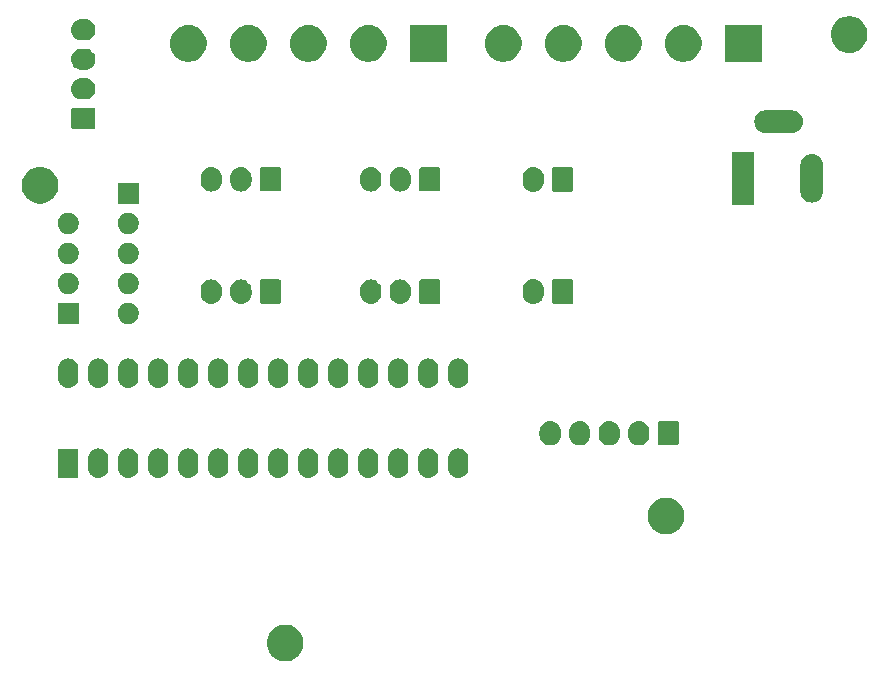
<source format=gbr>
G04 #@! TF.GenerationSoftware,KiCad,Pcbnew,(5.1.5)-2*
G04 #@! TF.CreationDate,2019-12-19T08:09:48+01:00*
G04 #@! TF.ProjectId,garden-water-system,67617264-656e-42d7-9761-7465722d7379,rev?*
G04 #@! TF.SameCoordinates,Original*
G04 #@! TF.FileFunction,Soldermask,Bot*
G04 #@! TF.FilePolarity,Negative*
%FSLAX46Y46*%
G04 Gerber Fmt 4.6, Leading zero omitted, Abs format (unit mm)*
G04 Created by KiCad (PCBNEW (5.1.5)-2) date 2019-12-19 08:09:48*
%MOMM*%
%LPD*%
G04 APERTURE LIST*
%ADD10C,0.100000*%
G04 APERTURE END LIST*
D10*
G36*
X138052585Y-79728802D02*
G01*
X138202410Y-79758604D01*
X138484674Y-79875521D01*
X138738705Y-80045259D01*
X138954741Y-80261295D01*
X139124479Y-80515326D01*
X139241396Y-80797590D01*
X139301000Y-81097240D01*
X139301000Y-81402760D01*
X139241396Y-81702410D01*
X139124479Y-81984674D01*
X138954741Y-82238705D01*
X138738705Y-82454741D01*
X138484674Y-82624479D01*
X138202410Y-82741396D01*
X138052585Y-82771198D01*
X137902761Y-82801000D01*
X137597239Y-82801000D01*
X137447415Y-82771198D01*
X137297590Y-82741396D01*
X137015326Y-82624479D01*
X136761295Y-82454741D01*
X136545259Y-82238705D01*
X136375521Y-81984674D01*
X136258604Y-81702410D01*
X136199000Y-81402760D01*
X136199000Y-81097240D01*
X136258604Y-80797590D01*
X136375521Y-80515326D01*
X136545259Y-80261295D01*
X136761295Y-80045259D01*
X137015326Y-79875521D01*
X137297590Y-79758604D01*
X137447415Y-79728802D01*
X137597239Y-79699000D01*
X137902761Y-79699000D01*
X138052585Y-79728802D01*
G37*
G36*
X170302585Y-68978802D02*
G01*
X170452410Y-69008604D01*
X170734674Y-69125521D01*
X170988705Y-69295259D01*
X171204741Y-69511295D01*
X171374479Y-69765326D01*
X171491396Y-70047590D01*
X171551000Y-70347240D01*
X171551000Y-70652760D01*
X171491396Y-70952410D01*
X171374479Y-71234674D01*
X171204741Y-71488705D01*
X170988705Y-71704741D01*
X170734674Y-71874479D01*
X170452410Y-71991396D01*
X170302585Y-72021198D01*
X170152761Y-72051000D01*
X169847239Y-72051000D01*
X169697415Y-72021198D01*
X169547590Y-71991396D01*
X169265326Y-71874479D01*
X169011295Y-71704741D01*
X168795259Y-71488705D01*
X168625521Y-71234674D01*
X168508604Y-70952410D01*
X168449000Y-70652760D01*
X168449000Y-70347240D01*
X168508604Y-70047590D01*
X168625521Y-69765326D01*
X168795259Y-69511295D01*
X169011295Y-69295259D01*
X169265326Y-69125521D01*
X169547590Y-69008604D01*
X169697415Y-68978802D01*
X169847239Y-68949000D01*
X170152761Y-68949000D01*
X170302585Y-68978802D01*
G37*
G36*
X122086822Y-64801313D02*
G01*
X122247241Y-64849976D01*
X122395077Y-64928995D01*
X122524659Y-65035341D01*
X122631004Y-65164922D01*
X122631005Y-65164924D01*
X122710024Y-65312758D01*
X122758687Y-65473177D01*
X122771000Y-65598196D01*
X122771000Y-66481803D01*
X122758687Y-66606822D01*
X122710024Y-66767242D01*
X122639114Y-66899906D01*
X122631004Y-66915078D01*
X122524659Y-67044659D01*
X122395078Y-67151004D01*
X122395076Y-67151005D01*
X122247242Y-67230024D01*
X122086823Y-67278687D01*
X121920000Y-67295117D01*
X121753178Y-67278687D01*
X121592759Y-67230024D01*
X121444925Y-67151005D01*
X121444923Y-67151004D01*
X121315342Y-67044659D01*
X121208997Y-66915078D01*
X121200887Y-66899906D01*
X121129977Y-66767242D01*
X121081314Y-66606823D01*
X121069000Y-66481803D01*
X121069000Y-65598197D01*
X121081313Y-65473178D01*
X121129976Y-65312759D01*
X121208995Y-65164923D01*
X121315341Y-65035341D01*
X121444922Y-64928996D01*
X121460094Y-64920886D01*
X121592758Y-64849976D01*
X121753177Y-64801313D01*
X121920000Y-64784883D01*
X122086822Y-64801313D01*
G37*
G36*
X152566822Y-64801313D02*
G01*
X152727241Y-64849976D01*
X152875077Y-64928995D01*
X153004659Y-65035341D01*
X153111004Y-65164922D01*
X153111005Y-65164924D01*
X153190024Y-65312758D01*
X153238687Y-65473177D01*
X153251000Y-65598196D01*
X153251000Y-66481803D01*
X153238687Y-66606822D01*
X153190024Y-66767242D01*
X153119114Y-66899906D01*
X153111004Y-66915078D01*
X153004659Y-67044659D01*
X152875078Y-67151004D01*
X152875076Y-67151005D01*
X152727242Y-67230024D01*
X152566823Y-67278687D01*
X152400000Y-67295117D01*
X152233178Y-67278687D01*
X152072759Y-67230024D01*
X151924925Y-67151005D01*
X151924923Y-67151004D01*
X151795342Y-67044659D01*
X151688997Y-66915078D01*
X151680887Y-66899906D01*
X151609977Y-66767242D01*
X151561314Y-66606823D01*
X151549000Y-66481803D01*
X151549000Y-65598197D01*
X151561313Y-65473178D01*
X151609976Y-65312759D01*
X151688995Y-65164923D01*
X151795341Y-65035341D01*
X151924922Y-64928996D01*
X151940094Y-64920886D01*
X152072758Y-64849976D01*
X152233177Y-64801313D01*
X152400000Y-64784883D01*
X152566822Y-64801313D01*
G37*
G36*
X150026822Y-64801313D02*
G01*
X150187241Y-64849976D01*
X150335077Y-64928995D01*
X150464659Y-65035341D01*
X150571004Y-65164922D01*
X150571005Y-65164924D01*
X150650024Y-65312758D01*
X150698687Y-65473177D01*
X150711000Y-65598196D01*
X150711000Y-66481803D01*
X150698687Y-66606822D01*
X150650024Y-66767242D01*
X150579114Y-66899906D01*
X150571004Y-66915078D01*
X150464659Y-67044659D01*
X150335078Y-67151004D01*
X150335076Y-67151005D01*
X150187242Y-67230024D01*
X150026823Y-67278687D01*
X149860000Y-67295117D01*
X149693178Y-67278687D01*
X149532759Y-67230024D01*
X149384925Y-67151005D01*
X149384923Y-67151004D01*
X149255342Y-67044659D01*
X149148997Y-66915078D01*
X149140887Y-66899906D01*
X149069977Y-66767242D01*
X149021314Y-66606823D01*
X149009000Y-66481803D01*
X149009000Y-65598197D01*
X149021313Y-65473178D01*
X149069976Y-65312759D01*
X149148995Y-65164923D01*
X149255341Y-65035341D01*
X149384922Y-64928996D01*
X149400094Y-64920886D01*
X149532758Y-64849976D01*
X149693177Y-64801313D01*
X149860000Y-64784883D01*
X150026822Y-64801313D01*
G37*
G36*
X147486822Y-64801313D02*
G01*
X147647241Y-64849976D01*
X147795077Y-64928995D01*
X147924659Y-65035341D01*
X148031004Y-65164922D01*
X148031005Y-65164924D01*
X148110024Y-65312758D01*
X148158687Y-65473177D01*
X148171000Y-65598196D01*
X148171000Y-66481803D01*
X148158687Y-66606822D01*
X148110024Y-66767242D01*
X148039114Y-66899906D01*
X148031004Y-66915078D01*
X147924659Y-67044659D01*
X147795078Y-67151004D01*
X147795076Y-67151005D01*
X147647242Y-67230024D01*
X147486823Y-67278687D01*
X147320000Y-67295117D01*
X147153178Y-67278687D01*
X146992759Y-67230024D01*
X146844925Y-67151005D01*
X146844923Y-67151004D01*
X146715342Y-67044659D01*
X146608997Y-66915078D01*
X146600887Y-66899906D01*
X146529977Y-66767242D01*
X146481314Y-66606823D01*
X146469000Y-66481803D01*
X146469000Y-65598197D01*
X146481313Y-65473178D01*
X146529976Y-65312759D01*
X146608995Y-65164923D01*
X146715341Y-65035341D01*
X146844922Y-64928996D01*
X146860094Y-64920886D01*
X146992758Y-64849976D01*
X147153177Y-64801313D01*
X147320000Y-64784883D01*
X147486822Y-64801313D01*
G37*
G36*
X144946822Y-64801313D02*
G01*
X145107241Y-64849976D01*
X145255077Y-64928995D01*
X145384659Y-65035341D01*
X145491004Y-65164922D01*
X145491005Y-65164924D01*
X145570024Y-65312758D01*
X145618687Y-65473177D01*
X145631000Y-65598196D01*
X145631000Y-66481803D01*
X145618687Y-66606822D01*
X145570024Y-66767242D01*
X145499114Y-66899906D01*
X145491004Y-66915078D01*
X145384659Y-67044659D01*
X145255078Y-67151004D01*
X145255076Y-67151005D01*
X145107242Y-67230024D01*
X144946823Y-67278687D01*
X144780000Y-67295117D01*
X144613178Y-67278687D01*
X144452759Y-67230024D01*
X144304925Y-67151005D01*
X144304923Y-67151004D01*
X144175342Y-67044659D01*
X144068997Y-66915078D01*
X144060887Y-66899906D01*
X143989977Y-66767242D01*
X143941314Y-66606823D01*
X143929000Y-66481803D01*
X143929000Y-65598197D01*
X143941313Y-65473178D01*
X143989976Y-65312759D01*
X144068995Y-65164923D01*
X144175341Y-65035341D01*
X144304922Y-64928996D01*
X144320094Y-64920886D01*
X144452758Y-64849976D01*
X144613177Y-64801313D01*
X144780000Y-64784883D01*
X144946822Y-64801313D01*
G37*
G36*
X142406822Y-64801313D02*
G01*
X142567241Y-64849976D01*
X142715077Y-64928995D01*
X142844659Y-65035341D01*
X142951004Y-65164922D01*
X142951005Y-65164924D01*
X143030024Y-65312758D01*
X143078687Y-65473177D01*
X143091000Y-65598196D01*
X143091000Y-66481803D01*
X143078687Y-66606822D01*
X143030024Y-66767242D01*
X142959114Y-66899906D01*
X142951004Y-66915078D01*
X142844659Y-67044659D01*
X142715078Y-67151004D01*
X142715076Y-67151005D01*
X142567242Y-67230024D01*
X142406823Y-67278687D01*
X142240000Y-67295117D01*
X142073178Y-67278687D01*
X141912759Y-67230024D01*
X141764925Y-67151005D01*
X141764923Y-67151004D01*
X141635342Y-67044659D01*
X141528997Y-66915078D01*
X141520887Y-66899906D01*
X141449977Y-66767242D01*
X141401314Y-66606823D01*
X141389000Y-66481803D01*
X141389000Y-65598197D01*
X141401313Y-65473178D01*
X141449976Y-65312759D01*
X141528995Y-65164923D01*
X141635341Y-65035341D01*
X141764922Y-64928996D01*
X141780094Y-64920886D01*
X141912758Y-64849976D01*
X142073177Y-64801313D01*
X142240000Y-64784883D01*
X142406822Y-64801313D01*
G37*
G36*
X139866822Y-64801313D02*
G01*
X140027241Y-64849976D01*
X140175077Y-64928995D01*
X140304659Y-65035341D01*
X140411004Y-65164922D01*
X140411005Y-65164924D01*
X140490024Y-65312758D01*
X140538687Y-65473177D01*
X140551000Y-65598196D01*
X140551000Y-66481803D01*
X140538687Y-66606822D01*
X140490024Y-66767242D01*
X140419114Y-66899906D01*
X140411004Y-66915078D01*
X140304659Y-67044659D01*
X140175078Y-67151004D01*
X140175076Y-67151005D01*
X140027242Y-67230024D01*
X139866823Y-67278687D01*
X139700000Y-67295117D01*
X139533178Y-67278687D01*
X139372759Y-67230024D01*
X139224925Y-67151005D01*
X139224923Y-67151004D01*
X139095342Y-67044659D01*
X138988997Y-66915078D01*
X138980887Y-66899906D01*
X138909977Y-66767242D01*
X138861314Y-66606823D01*
X138849000Y-66481803D01*
X138849000Y-65598197D01*
X138861313Y-65473178D01*
X138909976Y-65312759D01*
X138988995Y-65164923D01*
X139095341Y-65035341D01*
X139224922Y-64928996D01*
X139240094Y-64920886D01*
X139372758Y-64849976D01*
X139533177Y-64801313D01*
X139700000Y-64784883D01*
X139866822Y-64801313D01*
G37*
G36*
X137326822Y-64801313D02*
G01*
X137487241Y-64849976D01*
X137635077Y-64928995D01*
X137764659Y-65035341D01*
X137871004Y-65164922D01*
X137871005Y-65164924D01*
X137950024Y-65312758D01*
X137998687Y-65473177D01*
X138011000Y-65598196D01*
X138011000Y-66481803D01*
X137998687Y-66606822D01*
X137950024Y-66767242D01*
X137879114Y-66899906D01*
X137871004Y-66915078D01*
X137764659Y-67044659D01*
X137635078Y-67151004D01*
X137635076Y-67151005D01*
X137487242Y-67230024D01*
X137326823Y-67278687D01*
X137160000Y-67295117D01*
X136993178Y-67278687D01*
X136832759Y-67230024D01*
X136684925Y-67151005D01*
X136684923Y-67151004D01*
X136555342Y-67044659D01*
X136448997Y-66915078D01*
X136440887Y-66899906D01*
X136369977Y-66767242D01*
X136321314Y-66606823D01*
X136309000Y-66481803D01*
X136309000Y-65598197D01*
X136321313Y-65473178D01*
X136369976Y-65312759D01*
X136448995Y-65164923D01*
X136555341Y-65035341D01*
X136684922Y-64928996D01*
X136700094Y-64920886D01*
X136832758Y-64849976D01*
X136993177Y-64801313D01*
X137160000Y-64784883D01*
X137326822Y-64801313D01*
G37*
G36*
X134786822Y-64801313D02*
G01*
X134947241Y-64849976D01*
X135095077Y-64928995D01*
X135224659Y-65035341D01*
X135331004Y-65164922D01*
X135331005Y-65164924D01*
X135410024Y-65312758D01*
X135458687Y-65473177D01*
X135471000Y-65598196D01*
X135471000Y-66481803D01*
X135458687Y-66606822D01*
X135410024Y-66767242D01*
X135339114Y-66899906D01*
X135331004Y-66915078D01*
X135224659Y-67044659D01*
X135095078Y-67151004D01*
X135095076Y-67151005D01*
X134947242Y-67230024D01*
X134786823Y-67278687D01*
X134620000Y-67295117D01*
X134453178Y-67278687D01*
X134292759Y-67230024D01*
X134144925Y-67151005D01*
X134144923Y-67151004D01*
X134015342Y-67044659D01*
X133908997Y-66915078D01*
X133900887Y-66899906D01*
X133829977Y-66767242D01*
X133781314Y-66606823D01*
X133769000Y-66481803D01*
X133769000Y-65598197D01*
X133781313Y-65473178D01*
X133829976Y-65312759D01*
X133908995Y-65164923D01*
X134015341Y-65035341D01*
X134144922Y-64928996D01*
X134160094Y-64920886D01*
X134292758Y-64849976D01*
X134453177Y-64801313D01*
X134620000Y-64784883D01*
X134786822Y-64801313D01*
G37*
G36*
X132246822Y-64801313D02*
G01*
X132407241Y-64849976D01*
X132555077Y-64928995D01*
X132684659Y-65035341D01*
X132791004Y-65164922D01*
X132791005Y-65164924D01*
X132870024Y-65312758D01*
X132918687Y-65473177D01*
X132931000Y-65598196D01*
X132931000Y-66481803D01*
X132918687Y-66606822D01*
X132870024Y-66767242D01*
X132799114Y-66899906D01*
X132791004Y-66915078D01*
X132684659Y-67044659D01*
X132555078Y-67151004D01*
X132555076Y-67151005D01*
X132407242Y-67230024D01*
X132246823Y-67278687D01*
X132080000Y-67295117D01*
X131913178Y-67278687D01*
X131752759Y-67230024D01*
X131604925Y-67151005D01*
X131604923Y-67151004D01*
X131475342Y-67044659D01*
X131368997Y-66915078D01*
X131360887Y-66899906D01*
X131289977Y-66767242D01*
X131241314Y-66606823D01*
X131229000Y-66481803D01*
X131229000Y-65598197D01*
X131241313Y-65473178D01*
X131289976Y-65312759D01*
X131368995Y-65164923D01*
X131475341Y-65035341D01*
X131604922Y-64928996D01*
X131620094Y-64920886D01*
X131752758Y-64849976D01*
X131913177Y-64801313D01*
X132080000Y-64784883D01*
X132246822Y-64801313D01*
G37*
G36*
X127166822Y-64801313D02*
G01*
X127327241Y-64849976D01*
X127475077Y-64928995D01*
X127604659Y-65035341D01*
X127711004Y-65164922D01*
X127711005Y-65164924D01*
X127790024Y-65312758D01*
X127838687Y-65473177D01*
X127851000Y-65598196D01*
X127851000Y-66481803D01*
X127838687Y-66606822D01*
X127790024Y-66767242D01*
X127719114Y-66899906D01*
X127711004Y-66915078D01*
X127604659Y-67044659D01*
X127475078Y-67151004D01*
X127475076Y-67151005D01*
X127327242Y-67230024D01*
X127166823Y-67278687D01*
X127000000Y-67295117D01*
X126833178Y-67278687D01*
X126672759Y-67230024D01*
X126524925Y-67151005D01*
X126524923Y-67151004D01*
X126395342Y-67044659D01*
X126288997Y-66915078D01*
X126280887Y-66899906D01*
X126209977Y-66767242D01*
X126161314Y-66606823D01*
X126149000Y-66481803D01*
X126149000Y-65598197D01*
X126161313Y-65473178D01*
X126209976Y-65312759D01*
X126288995Y-65164923D01*
X126395341Y-65035341D01*
X126524922Y-64928996D01*
X126540094Y-64920886D01*
X126672758Y-64849976D01*
X126833177Y-64801313D01*
X127000000Y-64784883D01*
X127166822Y-64801313D01*
G37*
G36*
X124626822Y-64801313D02*
G01*
X124787241Y-64849976D01*
X124935077Y-64928995D01*
X125064659Y-65035341D01*
X125171004Y-65164922D01*
X125171005Y-65164924D01*
X125250024Y-65312758D01*
X125298687Y-65473177D01*
X125311000Y-65598196D01*
X125311000Y-66481803D01*
X125298687Y-66606822D01*
X125250024Y-66767242D01*
X125179114Y-66899906D01*
X125171004Y-66915078D01*
X125064659Y-67044659D01*
X124935078Y-67151004D01*
X124935076Y-67151005D01*
X124787242Y-67230024D01*
X124626823Y-67278687D01*
X124460000Y-67295117D01*
X124293178Y-67278687D01*
X124132759Y-67230024D01*
X123984925Y-67151005D01*
X123984923Y-67151004D01*
X123855342Y-67044659D01*
X123748997Y-66915078D01*
X123740887Y-66899906D01*
X123669977Y-66767242D01*
X123621314Y-66606823D01*
X123609000Y-66481803D01*
X123609000Y-65598197D01*
X123621313Y-65473178D01*
X123669976Y-65312759D01*
X123748995Y-65164923D01*
X123855341Y-65035341D01*
X123984922Y-64928996D01*
X124000094Y-64920886D01*
X124132758Y-64849976D01*
X124293177Y-64801313D01*
X124460000Y-64784883D01*
X124626822Y-64801313D01*
G37*
G36*
X129706822Y-64801313D02*
G01*
X129867241Y-64849976D01*
X130015077Y-64928995D01*
X130144659Y-65035341D01*
X130251004Y-65164922D01*
X130251005Y-65164924D01*
X130330024Y-65312758D01*
X130378687Y-65473177D01*
X130391000Y-65598196D01*
X130391000Y-66481803D01*
X130378687Y-66606822D01*
X130330024Y-66767242D01*
X130259114Y-66899906D01*
X130251004Y-66915078D01*
X130144659Y-67044659D01*
X130015078Y-67151004D01*
X130015076Y-67151005D01*
X129867242Y-67230024D01*
X129706823Y-67278687D01*
X129540000Y-67295117D01*
X129373178Y-67278687D01*
X129212759Y-67230024D01*
X129064925Y-67151005D01*
X129064923Y-67151004D01*
X128935342Y-67044659D01*
X128828997Y-66915078D01*
X128820887Y-66899906D01*
X128749977Y-66767242D01*
X128701314Y-66606823D01*
X128689000Y-66481803D01*
X128689000Y-65598197D01*
X128701313Y-65473178D01*
X128749976Y-65312759D01*
X128828995Y-65164923D01*
X128935341Y-65035341D01*
X129064922Y-64928996D01*
X129080094Y-64920886D01*
X129212758Y-64849976D01*
X129373177Y-64801313D01*
X129540000Y-64784883D01*
X129706822Y-64801313D01*
G37*
G36*
X120231000Y-67291000D02*
G01*
X118529000Y-67291000D01*
X118529000Y-64789000D01*
X120231000Y-64789000D01*
X120231000Y-67291000D01*
G37*
G36*
X160356627Y-62487037D02*
G01*
X160526466Y-62538557D01*
X160682991Y-62622222D01*
X160718729Y-62651552D01*
X160820186Y-62734814D01*
X160903448Y-62836271D01*
X160932778Y-62872009D01*
X161016443Y-63028534D01*
X161067963Y-63198374D01*
X161081000Y-63330743D01*
X161081000Y-63669258D01*
X161067963Y-63801627D01*
X161016443Y-63971466D01*
X160932778Y-64127991D01*
X160903448Y-64163729D01*
X160820186Y-64265186D01*
X160682989Y-64377779D01*
X160526467Y-64461442D01*
X160526465Y-64461443D01*
X160356626Y-64512963D01*
X160180000Y-64530359D01*
X160003373Y-64512963D01*
X159833534Y-64461443D01*
X159677009Y-64377778D01*
X159634750Y-64343097D01*
X159539814Y-64265186D01*
X159427221Y-64127989D01*
X159343558Y-63971467D01*
X159343557Y-63971465D01*
X159292037Y-63801626D01*
X159279000Y-63669257D01*
X159279000Y-63330742D01*
X159292037Y-63198373D01*
X159343557Y-63028534D01*
X159427222Y-62872009D01*
X159539815Y-62734815D01*
X159677010Y-62622222D01*
X159833535Y-62538557D01*
X160003374Y-62487037D01*
X160180000Y-62469641D01*
X160356627Y-62487037D01*
G37*
G36*
X162856627Y-62487037D02*
G01*
X163026466Y-62538557D01*
X163182991Y-62622222D01*
X163218729Y-62651552D01*
X163320186Y-62734814D01*
X163403448Y-62836271D01*
X163432778Y-62872009D01*
X163516443Y-63028534D01*
X163567963Y-63198374D01*
X163581000Y-63330743D01*
X163581000Y-63669258D01*
X163567963Y-63801627D01*
X163516443Y-63971466D01*
X163432778Y-64127991D01*
X163403448Y-64163729D01*
X163320186Y-64265186D01*
X163182989Y-64377779D01*
X163026467Y-64461442D01*
X163026465Y-64461443D01*
X162856626Y-64512963D01*
X162680000Y-64530359D01*
X162503373Y-64512963D01*
X162333534Y-64461443D01*
X162177009Y-64377778D01*
X162134750Y-64343097D01*
X162039814Y-64265186D01*
X161927221Y-64127989D01*
X161843558Y-63971467D01*
X161843557Y-63971465D01*
X161792037Y-63801626D01*
X161779000Y-63669257D01*
X161779000Y-63330742D01*
X161792037Y-63198373D01*
X161843557Y-63028534D01*
X161927222Y-62872009D01*
X162039815Y-62734815D01*
X162177010Y-62622222D01*
X162333535Y-62538557D01*
X162503374Y-62487037D01*
X162680000Y-62469641D01*
X162856627Y-62487037D01*
G37*
G36*
X165356627Y-62487037D02*
G01*
X165526466Y-62538557D01*
X165682991Y-62622222D01*
X165718729Y-62651552D01*
X165820186Y-62734814D01*
X165903448Y-62836271D01*
X165932778Y-62872009D01*
X166016443Y-63028534D01*
X166067963Y-63198374D01*
X166081000Y-63330743D01*
X166081000Y-63669258D01*
X166067963Y-63801627D01*
X166016443Y-63971466D01*
X165932778Y-64127991D01*
X165903448Y-64163729D01*
X165820186Y-64265186D01*
X165682989Y-64377779D01*
X165526467Y-64461442D01*
X165526465Y-64461443D01*
X165356626Y-64512963D01*
X165180000Y-64530359D01*
X165003373Y-64512963D01*
X164833534Y-64461443D01*
X164677009Y-64377778D01*
X164634750Y-64343097D01*
X164539814Y-64265186D01*
X164427221Y-64127989D01*
X164343558Y-63971467D01*
X164343557Y-63971465D01*
X164292037Y-63801626D01*
X164279000Y-63669257D01*
X164279000Y-63330742D01*
X164292037Y-63198373D01*
X164343557Y-63028534D01*
X164427222Y-62872009D01*
X164539815Y-62734815D01*
X164677010Y-62622222D01*
X164833535Y-62538557D01*
X165003374Y-62487037D01*
X165180000Y-62469641D01*
X165356627Y-62487037D01*
G37*
G36*
X167856627Y-62487037D02*
G01*
X168026466Y-62538557D01*
X168182991Y-62622222D01*
X168218729Y-62651552D01*
X168320186Y-62734814D01*
X168403448Y-62836271D01*
X168432778Y-62872009D01*
X168516443Y-63028534D01*
X168567963Y-63198374D01*
X168581000Y-63330743D01*
X168581000Y-63669258D01*
X168567963Y-63801627D01*
X168516443Y-63971466D01*
X168432778Y-64127991D01*
X168403448Y-64163729D01*
X168320186Y-64265186D01*
X168182989Y-64377779D01*
X168026467Y-64461442D01*
X168026465Y-64461443D01*
X167856626Y-64512963D01*
X167680000Y-64530359D01*
X167503373Y-64512963D01*
X167333534Y-64461443D01*
X167177009Y-64377778D01*
X167134750Y-64343097D01*
X167039814Y-64265186D01*
X166927221Y-64127989D01*
X166843558Y-63971467D01*
X166843557Y-63971465D01*
X166792037Y-63801626D01*
X166779000Y-63669257D01*
X166779000Y-63330742D01*
X166792037Y-63198373D01*
X166843557Y-63028534D01*
X166927222Y-62872009D01*
X167039815Y-62734815D01*
X167177010Y-62622222D01*
X167333535Y-62538557D01*
X167503374Y-62487037D01*
X167680000Y-62469641D01*
X167856627Y-62487037D01*
G37*
G36*
X170938600Y-62477989D02*
G01*
X170971652Y-62488015D01*
X171002103Y-62504292D01*
X171028799Y-62526201D01*
X171050708Y-62552897D01*
X171066985Y-62583348D01*
X171077011Y-62616400D01*
X171081000Y-62656903D01*
X171081000Y-64343097D01*
X171077011Y-64383600D01*
X171066985Y-64416652D01*
X171050708Y-64447103D01*
X171028799Y-64473799D01*
X171002103Y-64495708D01*
X170971652Y-64511985D01*
X170938600Y-64522011D01*
X170898097Y-64526000D01*
X169461903Y-64526000D01*
X169421400Y-64522011D01*
X169388348Y-64511985D01*
X169357897Y-64495708D01*
X169331201Y-64473799D01*
X169309292Y-64447103D01*
X169293015Y-64416652D01*
X169282989Y-64383600D01*
X169279000Y-64343097D01*
X169279000Y-62656903D01*
X169282989Y-62616400D01*
X169293015Y-62583348D01*
X169309292Y-62552897D01*
X169331201Y-62526201D01*
X169357897Y-62504292D01*
X169388348Y-62488015D01*
X169421400Y-62477989D01*
X169461903Y-62474000D01*
X170898097Y-62474000D01*
X170938600Y-62477989D01*
G37*
G36*
X142406822Y-57181313D02*
G01*
X142567241Y-57229976D01*
X142715077Y-57308995D01*
X142844659Y-57415341D01*
X142951004Y-57544922D01*
X142951005Y-57544924D01*
X143030024Y-57692758D01*
X143078687Y-57853177D01*
X143091000Y-57978196D01*
X143091000Y-58861803D01*
X143078687Y-58986822D01*
X143030024Y-59147242D01*
X142959114Y-59279906D01*
X142951004Y-59295078D01*
X142844659Y-59424659D01*
X142715078Y-59531004D01*
X142715076Y-59531005D01*
X142567242Y-59610024D01*
X142406823Y-59658687D01*
X142240000Y-59675117D01*
X142073178Y-59658687D01*
X141912759Y-59610024D01*
X141764925Y-59531005D01*
X141764923Y-59531004D01*
X141635342Y-59424659D01*
X141528997Y-59295078D01*
X141520887Y-59279906D01*
X141449977Y-59147242D01*
X141401314Y-58986823D01*
X141389000Y-58861803D01*
X141389000Y-57978197D01*
X141401313Y-57853178D01*
X141449976Y-57692759D01*
X141528995Y-57544923D01*
X141635341Y-57415341D01*
X141764922Y-57308996D01*
X141780094Y-57300886D01*
X141912758Y-57229976D01*
X142073177Y-57181313D01*
X142240000Y-57164883D01*
X142406822Y-57181313D01*
G37*
G36*
X150026822Y-57181313D02*
G01*
X150187241Y-57229976D01*
X150335077Y-57308995D01*
X150464659Y-57415341D01*
X150571004Y-57544922D01*
X150571005Y-57544924D01*
X150650024Y-57692758D01*
X150698687Y-57853177D01*
X150711000Y-57978196D01*
X150711000Y-58861803D01*
X150698687Y-58986822D01*
X150650024Y-59147242D01*
X150579114Y-59279906D01*
X150571004Y-59295078D01*
X150464659Y-59424659D01*
X150335078Y-59531004D01*
X150335076Y-59531005D01*
X150187242Y-59610024D01*
X150026823Y-59658687D01*
X149860000Y-59675117D01*
X149693178Y-59658687D01*
X149532759Y-59610024D01*
X149384925Y-59531005D01*
X149384923Y-59531004D01*
X149255342Y-59424659D01*
X149148997Y-59295078D01*
X149140887Y-59279906D01*
X149069977Y-59147242D01*
X149021314Y-58986823D01*
X149009000Y-58861803D01*
X149009000Y-57978197D01*
X149021313Y-57853178D01*
X149069976Y-57692759D01*
X149148995Y-57544923D01*
X149255341Y-57415341D01*
X149384922Y-57308996D01*
X149400094Y-57300886D01*
X149532758Y-57229976D01*
X149693177Y-57181313D01*
X149860000Y-57164883D01*
X150026822Y-57181313D01*
G37*
G36*
X152566822Y-57181313D02*
G01*
X152727241Y-57229976D01*
X152875077Y-57308995D01*
X153004659Y-57415341D01*
X153111004Y-57544922D01*
X153111005Y-57544924D01*
X153190024Y-57692758D01*
X153238687Y-57853177D01*
X153251000Y-57978196D01*
X153251000Y-58861803D01*
X153238687Y-58986822D01*
X153190024Y-59147242D01*
X153119114Y-59279906D01*
X153111004Y-59295078D01*
X153004659Y-59424659D01*
X152875078Y-59531004D01*
X152875076Y-59531005D01*
X152727242Y-59610024D01*
X152566823Y-59658687D01*
X152400000Y-59675117D01*
X152233178Y-59658687D01*
X152072759Y-59610024D01*
X151924925Y-59531005D01*
X151924923Y-59531004D01*
X151795342Y-59424659D01*
X151688997Y-59295078D01*
X151680887Y-59279906D01*
X151609977Y-59147242D01*
X151561314Y-58986823D01*
X151549000Y-58861803D01*
X151549000Y-57978197D01*
X151561313Y-57853178D01*
X151609976Y-57692759D01*
X151688995Y-57544923D01*
X151795341Y-57415341D01*
X151924922Y-57308996D01*
X151940094Y-57300886D01*
X152072758Y-57229976D01*
X152233177Y-57181313D01*
X152400000Y-57164883D01*
X152566822Y-57181313D01*
G37*
G36*
X119546822Y-57181313D02*
G01*
X119707241Y-57229976D01*
X119855077Y-57308995D01*
X119984659Y-57415341D01*
X120091004Y-57544922D01*
X120091005Y-57544924D01*
X120170024Y-57692758D01*
X120218687Y-57853177D01*
X120231000Y-57978196D01*
X120231000Y-58861803D01*
X120218687Y-58986822D01*
X120170024Y-59147242D01*
X120099114Y-59279906D01*
X120091004Y-59295078D01*
X119984659Y-59424659D01*
X119855078Y-59531004D01*
X119855076Y-59531005D01*
X119707242Y-59610024D01*
X119546823Y-59658687D01*
X119380000Y-59675117D01*
X119213178Y-59658687D01*
X119052759Y-59610024D01*
X118904925Y-59531005D01*
X118904923Y-59531004D01*
X118775342Y-59424659D01*
X118668997Y-59295078D01*
X118660887Y-59279906D01*
X118589977Y-59147242D01*
X118541314Y-58986823D01*
X118529000Y-58861803D01*
X118529000Y-57978197D01*
X118541313Y-57853178D01*
X118589976Y-57692759D01*
X118668995Y-57544923D01*
X118775341Y-57415341D01*
X118904922Y-57308996D01*
X118920094Y-57300886D01*
X119052758Y-57229976D01*
X119213177Y-57181313D01*
X119380000Y-57164883D01*
X119546822Y-57181313D01*
G37*
G36*
X144946822Y-57181313D02*
G01*
X145107241Y-57229976D01*
X145255077Y-57308995D01*
X145384659Y-57415341D01*
X145491004Y-57544922D01*
X145491005Y-57544924D01*
X145570024Y-57692758D01*
X145618687Y-57853177D01*
X145631000Y-57978196D01*
X145631000Y-58861803D01*
X145618687Y-58986822D01*
X145570024Y-59147242D01*
X145499114Y-59279906D01*
X145491004Y-59295078D01*
X145384659Y-59424659D01*
X145255078Y-59531004D01*
X145255076Y-59531005D01*
X145107242Y-59610024D01*
X144946823Y-59658687D01*
X144780000Y-59675117D01*
X144613178Y-59658687D01*
X144452759Y-59610024D01*
X144304925Y-59531005D01*
X144304923Y-59531004D01*
X144175342Y-59424659D01*
X144068997Y-59295078D01*
X144060887Y-59279906D01*
X143989977Y-59147242D01*
X143941314Y-58986823D01*
X143929000Y-58861803D01*
X143929000Y-57978197D01*
X143941313Y-57853178D01*
X143989976Y-57692759D01*
X144068995Y-57544923D01*
X144175341Y-57415341D01*
X144304922Y-57308996D01*
X144320094Y-57300886D01*
X144452758Y-57229976D01*
X144613177Y-57181313D01*
X144780000Y-57164883D01*
X144946822Y-57181313D01*
G37*
G36*
X122086822Y-57181313D02*
G01*
X122247241Y-57229976D01*
X122395077Y-57308995D01*
X122524659Y-57415341D01*
X122631004Y-57544922D01*
X122631005Y-57544924D01*
X122710024Y-57692758D01*
X122758687Y-57853177D01*
X122771000Y-57978196D01*
X122771000Y-58861803D01*
X122758687Y-58986822D01*
X122710024Y-59147242D01*
X122639114Y-59279906D01*
X122631004Y-59295078D01*
X122524659Y-59424659D01*
X122395078Y-59531004D01*
X122395076Y-59531005D01*
X122247242Y-59610024D01*
X122086823Y-59658687D01*
X121920000Y-59675117D01*
X121753178Y-59658687D01*
X121592759Y-59610024D01*
X121444925Y-59531005D01*
X121444923Y-59531004D01*
X121315342Y-59424659D01*
X121208997Y-59295078D01*
X121200887Y-59279906D01*
X121129977Y-59147242D01*
X121081314Y-58986823D01*
X121069000Y-58861803D01*
X121069000Y-57978197D01*
X121081313Y-57853178D01*
X121129976Y-57692759D01*
X121208995Y-57544923D01*
X121315341Y-57415341D01*
X121444922Y-57308996D01*
X121460094Y-57300886D01*
X121592758Y-57229976D01*
X121753177Y-57181313D01*
X121920000Y-57164883D01*
X122086822Y-57181313D01*
G37*
G36*
X124626822Y-57181313D02*
G01*
X124787241Y-57229976D01*
X124935077Y-57308995D01*
X125064659Y-57415341D01*
X125171004Y-57544922D01*
X125171005Y-57544924D01*
X125250024Y-57692758D01*
X125298687Y-57853177D01*
X125311000Y-57978196D01*
X125311000Y-58861803D01*
X125298687Y-58986822D01*
X125250024Y-59147242D01*
X125179114Y-59279906D01*
X125171004Y-59295078D01*
X125064659Y-59424659D01*
X124935078Y-59531004D01*
X124935076Y-59531005D01*
X124787242Y-59610024D01*
X124626823Y-59658687D01*
X124460000Y-59675117D01*
X124293178Y-59658687D01*
X124132759Y-59610024D01*
X123984925Y-59531005D01*
X123984923Y-59531004D01*
X123855342Y-59424659D01*
X123748997Y-59295078D01*
X123740887Y-59279906D01*
X123669977Y-59147242D01*
X123621314Y-58986823D01*
X123609000Y-58861803D01*
X123609000Y-57978197D01*
X123621313Y-57853178D01*
X123669976Y-57692759D01*
X123748995Y-57544923D01*
X123855341Y-57415341D01*
X123984922Y-57308996D01*
X124000094Y-57300886D01*
X124132758Y-57229976D01*
X124293177Y-57181313D01*
X124460000Y-57164883D01*
X124626822Y-57181313D01*
G37*
G36*
X147486822Y-57181313D02*
G01*
X147647241Y-57229976D01*
X147795077Y-57308995D01*
X147924659Y-57415341D01*
X148031004Y-57544922D01*
X148031005Y-57544924D01*
X148110024Y-57692758D01*
X148158687Y-57853177D01*
X148171000Y-57978196D01*
X148171000Y-58861803D01*
X148158687Y-58986822D01*
X148110024Y-59147242D01*
X148039114Y-59279906D01*
X148031004Y-59295078D01*
X147924659Y-59424659D01*
X147795078Y-59531004D01*
X147795076Y-59531005D01*
X147647242Y-59610024D01*
X147486823Y-59658687D01*
X147320000Y-59675117D01*
X147153178Y-59658687D01*
X146992759Y-59610024D01*
X146844925Y-59531005D01*
X146844923Y-59531004D01*
X146715342Y-59424659D01*
X146608997Y-59295078D01*
X146600887Y-59279906D01*
X146529977Y-59147242D01*
X146481314Y-58986823D01*
X146469000Y-58861803D01*
X146469000Y-57978197D01*
X146481313Y-57853178D01*
X146529976Y-57692759D01*
X146608995Y-57544923D01*
X146715341Y-57415341D01*
X146844922Y-57308996D01*
X146860094Y-57300886D01*
X146992758Y-57229976D01*
X147153177Y-57181313D01*
X147320000Y-57164883D01*
X147486822Y-57181313D01*
G37*
G36*
X129706822Y-57181313D02*
G01*
X129867241Y-57229976D01*
X130015077Y-57308995D01*
X130144659Y-57415341D01*
X130251004Y-57544922D01*
X130251005Y-57544924D01*
X130330024Y-57692758D01*
X130378687Y-57853177D01*
X130391000Y-57978196D01*
X130391000Y-58861803D01*
X130378687Y-58986822D01*
X130330024Y-59147242D01*
X130259114Y-59279906D01*
X130251004Y-59295078D01*
X130144659Y-59424659D01*
X130015078Y-59531004D01*
X130015076Y-59531005D01*
X129867242Y-59610024D01*
X129706823Y-59658687D01*
X129540000Y-59675117D01*
X129373178Y-59658687D01*
X129212759Y-59610024D01*
X129064925Y-59531005D01*
X129064923Y-59531004D01*
X128935342Y-59424659D01*
X128828997Y-59295078D01*
X128820887Y-59279906D01*
X128749977Y-59147242D01*
X128701314Y-58986823D01*
X128689000Y-58861803D01*
X128689000Y-57978197D01*
X128701313Y-57853178D01*
X128749976Y-57692759D01*
X128828995Y-57544923D01*
X128935341Y-57415341D01*
X129064922Y-57308996D01*
X129080094Y-57300886D01*
X129212758Y-57229976D01*
X129373177Y-57181313D01*
X129540000Y-57164883D01*
X129706822Y-57181313D01*
G37*
G36*
X132246822Y-57181313D02*
G01*
X132407241Y-57229976D01*
X132555077Y-57308995D01*
X132684659Y-57415341D01*
X132791004Y-57544922D01*
X132791005Y-57544924D01*
X132870024Y-57692758D01*
X132918687Y-57853177D01*
X132931000Y-57978196D01*
X132931000Y-58861803D01*
X132918687Y-58986822D01*
X132870024Y-59147242D01*
X132799114Y-59279906D01*
X132791004Y-59295078D01*
X132684659Y-59424659D01*
X132555078Y-59531004D01*
X132555076Y-59531005D01*
X132407242Y-59610024D01*
X132246823Y-59658687D01*
X132080000Y-59675117D01*
X131913178Y-59658687D01*
X131752759Y-59610024D01*
X131604925Y-59531005D01*
X131604923Y-59531004D01*
X131475342Y-59424659D01*
X131368997Y-59295078D01*
X131360887Y-59279906D01*
X131289977Y-59147242D01*
X131241314Y-58986823D01*
X131229000Y-58861803D01*
X131229000Y-57978197D01*
X131241313Y-57853178D01*
X131289976Y-57692759D01*
X131368995Y-57544923D01*
X131475341Y-57415341D01*
X131604922Y-57308996D01*
X131620094Y-57300886D01*
X131752758Y-57229976D01*
X131913177Y-57181313D01*
X132080000Y-57164883D01*
X132246822Y-57181313D01*
G37*
G36*
X134786822Y-57181313D02*
G01*
X134947241Y-57229976D01*
X135095077Y-57308995D01*
X135224659Y-57415341D01*
X135331004Y-57544922D01*
X135331005Y-57544924D01*
X135410024Y-57692758D01*
X135458687Y-57853177D01*
X135471000Y-57978196D01*
X135471000Y-58861803D01*
X135458687Y-58986822D01*
X135410024Y-59147242D01*
X135339114Y-59279906D01*
X135331004Y-59295078D01*
X135224659Y-59424659D01*
X135095078Y-59531004D01*
X135095076Y-59531005D01*
X134947242Y-59610024D01*
X134786823Y-59658687D01*
X134620000Y-59675117D01*
X134453178Y-59658687D01*
X134292759Y-59610024D01*
X134144925Y-59531005D01*
X134144923Y-59531004D01*
X134015342Y-59424659D01*
X133908997Y-59295078D01*
X133900887Y-59279906D01*
X133829977Y-59147242D01*
X133781314Y-58986823D01*
X133769000Y-58861803D01*
X133769000Y-57978197D01*
X133781313Y-57853178D01*
X133829976Y-57692759D01*
X133908995Y-57544923D01*
X134015341Y-57415341D01*
X134144922Y-57308996D01*
X134160094Y-57300886D01*
X134292758Y-57229976D01*
X134453177Y-57181313D01*
X134620000Y-57164883D01*
X134786822Y-57181313D01*
G37*
G36*
X137326822Y-57181313D02*
G01*
X137487241Y-57229976D01*
X137635077Y-57308995D01*
X137764659Y-57415341D01*
X137871004Y-57544922D01*
X137871005Y-57544924D01*
X137950024Y-57692758D01*
X137998687Y-57853177D01*
X138011000Y-57978196D01*
X138011000Y-58861803D01*
X137998687Y-58986822D01*
X137950024Y-59147242D01*
X137879114Y-59279906D01*
X137871004Y-59295078D01*
X137764659Y-59424659D01*
X137635078Y-59531004D01*
X137635076Y-59531005D01*
X137487242Y-59610024D01*
X137326823Y-59658687D01*
X137160000Y-59675117D01*
X136993178Y-59658687D01*
X136832759Y-59610024D01*
X136684925Y-59531005D01*
X136684923Y-59531004D01*
X136555342Y-59424659D01*
X136448997Y-59295078D01*
X136440887Y-59279906D01*
X136369977Y-59147242D01*
X136321314Y-58986823D01*
X136309000Y-58861803D01*
X136309000Y-57978197D01*
X136321313Y-57853178D01*
X136369976Y-57692759D01*
X136448995Y-57544923D01*
X136555341Y-57415341D01*
X136684922Y-57308996D01*
X136700094Y-57300886D01*
X136832758Y-57229976D01*
X136993177Y-57181313D01*
X137160000Y-57164883D01*
X137326822Y-57181313D01*
G37*
G36*
X139866822Y-57181313D02*
G01*
X140027241Y-57229976D01*
X140175077Y-57308995D01*
X140304659Y-57415341D01*
X140411004Y-57544922D01*
X140411005Y-57544924D01*
X140490024Y-57692758D01*
X140538687Y-57853177D01*
X140551000Y-57978196D01*
X140551000Y-58861803D01*
X140538687Y-58986822D01*
X140490024Y-59147242D01*
X140419114Y-59279906D01*
X140411004Y-59295078D01*
X140304659Y-59424659D01*
X140175078Y-59531004D01*
X140175076Y-59531005D01*
X140027242Y-59610024D01*
X139866823Y-59658687D01*
X139700000Y-59675117D01*
X139533178Y-59658687D01*
X139372759Y-59610024D01*
X139224925Y-59531005D01*
X139224923Y-59531004D01*
X139095342Y-59424659D01*
X138988997Y-59295078D01*
X138980887Y-59279906D01*
X138909977Y-59147242D01*
X138861314Y-58986823D01*
X138849000Y-58861803D01*
X138849000Y-57978197D01*
X138861313Y-57853178D01*
X138909976Y-57692759D01*
X138988995Y-57544923D01*
X139095341Y-57415341D01*
X139224922Y-57308996D01*
X139240094Y-57300886D01*
X139372758Y-57229976D01*
X139533177Y-57181313D01*
X139700000Y-57164883D01*
X139866822Y-57181313D01*
G37*
G36*
X127166822Y-57181313D02*
G01*
X127327241Y-57229976D01*
X127475077Y-57308995D01*
X127604659Y-57415341D01*
X127711004Y-57544922D01*
X127711005Y-57544924D01*
X127790024Y-57692758D01*
X127838687Y-57853177D01*
X127851000Y-57978196D01*
X127851000Y-58861803D01*
X127838687Y-58986822D01*
X127790024Y-59147242D01*
X127719114Y-59279906D01*
X127711004Y-59295078D01*
X127604659Y-59424659D01*
X127475078Y-59531004D01*
X127475076Y-59531005D01*
X127327242Y-59610024D01*
X127166823Y-59658687D01*
X127000000Y-59675117D01*
X126833178Y-59658687D01*
X126672759Y-59610024D01*
X126524925Y-59531005D01*
X126524923Y-59531004D01*
X126395342Y-59424659D01*
X126288997Y-59295078D01*
X126280887Y-59279906D01*
X126209977Y-59147242D01*
X126161314Y-58986823D01*
X126149000Y-58861803D01*
X126149000Y-57978197D01*
X126161313Y-57853178D01*
X126209976Y-57692759D01*
X126288995Y-57544923D01*
X126395341Y-57415341D01*
X126524922Y-57308996D01*
X126540094Y-57300886D01*
X126672758Y-57229976D01*
X126833177Y-57181313D01*
X127000000Y-57164883D01*
X127166822Y-57181313D01*
G37*
G36*
X124562074Y-52441652D02*
G01*
X124722812Y-52473624D01*
X124886784Y-52541544D01*
X125034354Y-52640147D01*
X125159853Y-52765646D01*
X125258456Y-52913216D01*
X125326376Y-53077188D01*
X125361000Y-53251259D01*
X125361000Y-53428741D01*
X125326376Y-53602812D01*
X125258456Y-53766784D01*
X125159853Y-53914354D01*
X125034354Y-54039853D01*
X124886784Y-54138456D01*
X124722812Y-54206376D01*
X124573512Y-54236073D01*
X124548742Y-54241000D01*
X124371258Y-54241000D01*
X124346488Y-54236073D01*
X124197188Y-54206376D01*
X124033216Y-54138456D01*
X123885646Y-54039853D01*
X123760147Y-53914354D01*
X123661544Y-53766784D01*
X123593624Y-53602812D01*
X123559000Y-53428741D01*
X123559000Y-53251259D01*
X123593624Y-53077188D01*
X123661544Y-52913216D01*
X123760147Y-52765646D01*
X123885646Y-52640147D01*
X124033216Y-52541544D01*
X124197188Y-52473624D01*
X124357926Y-52441652D01*
X124371258Y-52439000D01*
X124548742Y-52439000D01*
X124562074Y-52441652D01*
G37*
G36*
X120281000Y-54241000D02*
G01*
X118479000Y-54241000D01*
X118479000Y-52439000D01*
X120281000Y-52439000D01*
X120281000Y-54241000D01*
G37*
G36*
X158926627Y-50462037D02*
G01*
X159096466Y-50513557D01*
X159252991Y-50597222D01*
X159276359Y-50616400D01*
X159390186Y-50709814D01*
X159473448Y-50811271D01*
X159502778Y-50847009D01*
X159586443Y-51003534D01*
X159637963Y-51173374D01*
X159651000Y-51305743D01*
X159651000Y-51694258D01*
X159637963Y-51826627D01*
X159586443Y-51996466D01*
X159502778Y-52152991D01*
X159473448Y-52188729D01*
X159390186Y-52290186D01*
X159252989Y-52402779D01*
X159120446Y-52473625D01*
X159096465Y-52486443D01*
X158926626Y-52537963D01*
X158750000Y-52555359D01*
X158573373Y-52537963D01*
X158403534Y-52486443D01*
X158379552Y-52473624D01*
X158257901Y-52408600D01*
X158247009Y-52402778D01*
X158197822Y-52362411D01*
X158109814Y-52290186D01*
X157997221Y-52152989D01*
X157913558Y-51996467D01*
X157913557Y-51996465D01*
X157862037Y-51826626D01*
X157849000Y-51694257D01*
X157849000Y-51305742D01*
X157862037Y-51173373D01*
X157913557Y-51003534D01*
X157997222Y-50847009D01*
X158109815Y-50709815D01*
X158247010Y-50597222D01*
X158403535Y-50513557D01*
X158573374Y-50462037D01*
X158750000Y-50444641D01*
X158926627Y-50462037D01*
G37*
G36*
X162008600Y-50452989D02*
G01*
X162041652Y-50463015D01*
X162072103Y-50479292D01*
X162098799Y-50501201D01*
X162120708Y-50527897D01*
X162136985Y-50558348D01*
X162147011Y-50591400D01*
X162151000Y-50631903D01*
X162151000Y-52368097D01*
X162147011Y-52408600D01*
X162136985Y-52441652D01*
X162120708Y-52472103D01*
X162098799Y-52498799D01*
X162072103Y-52520708D01*
X162041652Y-52536985D01*
X162008600Y-52547011D01*
X161968097Y-52551000D01*
X160531903Y-52551000D01*
X160491400Y-52547011D01*
X160458348Y-52536985D01*
X160427897Y-52520708D01*
X160401201Y-52498799D01*
X160379292Y-52472103D01*
X160363015Y-52441652D01*
X160352989Y-52408600D01*
X160349000Y-52368097D01*
X160349000Y-50631903D01*
X160352989Y-50591400D01*
X160363015Y-50558348D01*
X160379292Y-50527897D01*
X160401201Y-50501201D01*
X160427897Y-50479292D01*
X160458348Y-50463015D01*
X160491400Y-50452989D01*
X160531903Y-50449000D01*
X161968097Y-50449000D01*
X162008600Y-50452989D01*
G37*
G36*
X131676627Y-50487037D02*
G01*
X131846466Y-50538557D01*
X132002991Y-50622222D01*
X132038729Y-50651552D01*
X132140186Y-50734814D01*
X132223448Y-50836271D01*
X132252778Y-50872009D01*
X132336443Y-51028534D01*
X132387963Y-51198374D01*
X132387963Y-51198376D01*
X132398538Y-51305740D01*
X132401000Y-51330743D01*
X132401000Y-51669258D01*
X132387963Y-51801627D01*
X132336443Y-51971466D01*
X132252778Y-52127991D01*
X132232262Y-52152990D01*
X132140186Y-52265186D01*
X132002989Y-52377779D01*
X131846467Y-52461442D01*
X131846465Y-52461443D01*
X131676626Y-52512963D01*
X131500000Y-52530359D01*
X131323373Y-52512963D01*
X131153534Y-52461443D01*
X130997009Y-52377778D01*
X130948173Y-52337699D01*
X130859814Y-52265186D01*
X130747221Y-52127989D01*
X130663558Y-51971467D01*
X130663557Y-51971465D01*
X130612037Y-51801626D01*
X130602126Y-51701000D01*
X130599000Y-51669259D01*
X130599000Y-51330740D01*
X130612037Y-51198375D01*
X130612037Y-51198373D01*
X130663557Y-51028534D01*
X130747222Y-50872009D01*
X130859815Y-50734815D01*
X130997010Y-50622222D01*
X131153535Y-50538557D01*
X131323374Y-50487037D01*
X131500000Y-50469641D01*
X131676627Y-50487037D01*
G37*
G36*
X147676627Y-50487037D02*
G01*
X147846466Y-50538557D01*
X148002991Y-50622222D01*
X148038729Y-50651552D01*
X148140186Y-50734814D01*
X148223448Y-50836271D01*
X148252778Y-50872009D01*
X148336443Y-51028534D01*
X148387963Y-51198374D01*
X148387963Y-51198376D01*
X148398538Y-51305740D01*
X148401000Y-51330743D01*
X148401000Y-51669258D01*
X148387963Y-51801627D01*
X148336443Y-51971466D01*
X148252778Y-52127991D01*
X148232262Y-52152990D01*
X148140186Y-52265186D01*
X148002989Y-52377779D01*
X147846467Y-52461442D01*
X147846465Y-52461443D01*
X147676626Y-52512963D01*
X147500000Y-52530359D01*
X147323373Y-52512963D01*
X147153534Y-52461443D01*
X146997009Y-52377778D01*
X146948173Y-52337699D01*
X146859814Y-52265186D01*
X146747221Y-52127989D01*
X146663558Y-51971467D01*
X146663557Y-51971465D01*
X146612037Y-51801626D01*
X146602126Y-51701000D01*
X146599000Y-51669259D01*
X146599000Y-51330740D01*
X146612037Y-51198375D01*
X146612037Y-51198373D01*
X146663557Y-51028534D01*
X146747222Y-50872009D01*
X146859815Y-50734815D01*
X146997010Y-50622222D01*
X147153535Y-50538557D01*
X147323374Y-50487037D01*
X147500000Y-50469641D01*
X147676627Y-50487037D01*
G37*
G36*
X134176627Y-50487037D02*
G01*
X134346466Y-50538557D01*
X134502991Y-50622222D01*
X134538729Y-50651552D01*
X134640186Y-50734814D01*
X134723448Y-50836271D01*
X134752778Y-50872009D01*
X134836443Y-51028534D01*
X134887963Y-51198374D01*
X134887963Y-51198376D01*
X134898538Y-51305740D01*
X134901000Y-51330743D01*
X134901000Y-51669258D01*
X134887963Y-51801627D01*
X134836443Y-51971466D01*
X134752778Y-52127991D01*
X134732262Y-52152990D01*
X134640186Y-52265186D01*
X134502989Y-52377779D01*
X134346467Y-52461442D01*
X134346465Y-52461443D01*
X134176626Y-52512963D01*
X134000000Y-52530359D01*
X133823373Y-52512963D01*
X133653534Y-52461443D01*
X133497009Y-52377778D01*
X133448173Y-52337699D01*
X133359814Y-52265186D01*
X133247221Y-52127989D01*
X133163558Y-51971467D01*
X133163557Y-51971465D01*
X133112037Y-51801626D01*
X133102126Y-51701000D01*
X133099000Y-51669259D01*
X133099000Y-51330740D01*
X133112037Y-51198375D01*
X133112037Y-51198373D01*
X133163557Y-51028534D01*
X133247222Y-50872009D01*
X133359815Y-50734815D01*
X133497010Y-50622222D01*
X133653535Y-50538557D01*
X133823374Y-50487037D01*
X134000000Y-50469641D01*
X134176627Y-50487037D01*
G37*
G36*
X145176627Y-50487037D02*
G01*
X145346466Y-50538557D01*
X145502991Y-50622222D01*
X145538729Y-50651552D01*
X145640186Y-50734814D01*
X145723448Y-50836271D01*
X145752778Y-50872009D01*
X145836443Y-51028534D01*
X145887963Y-51198374D01*
X145887963Y-51198376D01*
X145898538Y-51305740D01*
X145901000Y-51330743D01*
X145901000Y-51669258D01*
X145887963Y-51801627D01*
X145836443Y-51971466D01*
X145752778Y-52127991D01*
X145732262Y-52152990D01*
X145640186Y-52265186D01*
X145502989Y-52377779D01*
X145346467Y-52461442D01*
X145346465Y-52461443D01*
X145176626Y-52512963D01*
X145000000Y-52530359D01*
X144823373Y-52512963D01*
X144653534Y-52461443D01*
X144497009Y-52377778D01*
X144448173Y-52337699D01*
X144359814Y-52265186D01*
X144247221Y-52127989D01*
X144163558Y-51971467D01*
X144163557Y-51971465D01*
X144112037Y-51801626D01*
X144102126Y-51701000D01*
X144099000Y-51669259D01*
X144099000Y-51330740D01*
X144112037Y-51198375D01*
X144112037Y-51198373D01*
X144163557Y-51028534D01*
X144247222Y-50872009D01*
X144359815Y-50734815D01*
X144497010Y-50622222D01*
X144653535Y-50538557D01*
X144823374Y-50487037D01*
X145000000Y-50469641D01*
X145176627Y-50487037D01*
G37*
G36*
X137258600Y-50477989D02*
G01*
X137291652Y-50488015D01*
X137322103Y-50504292D01*
X137348799Y-50526201D01*
X137370708Y-50552897D01*
X137386985Y-50583348D01*
X137397011Y-50616400D01*
X137401000Y-50656903D01*
X137401000Y-52343097D01*
X137397011Y-52383600D01*
X137386985Y-52416652D01*
X137370708Y-52447103D01*
X137348799Y-52473799D01*
X137322103Y-52495708D01*
X137291652Y-52511985D01*
X137258600Y-52522011D01*
X137218097Y-52526000D01*
X135781903Y-52526000D01*
X135741400Y-52522011D01*
X135708348Y-52511985D01*
X135677897Y-52495708D01*
X135651201Y-52473799D01*
X135629292Y-52447103D01*
X135613015Y-52416652D01*
X135602989Y-52383600D01*
X135599000Y-52343097D01*
X135599000Y-50656903D01*
X135602989Y-50616400D01*
X135613015Y-50583348D01*
X135629292Y-50552897D01*
X135651201Y-50526201D01*
X135677897Y-50504292D01*
X135708348Y-50488015D01*
X135741400Y-50477989D01*
X135781903Y-50474000D01*
X137218097Y-50474000D01*
X137258600Y-50477989D01*
G37*
G36*
X150758600Y-50477989D02*
G01*
X150791652Y-50488015D01*
X150822103Y-50504292D01*
X150848799Y-50526201D01*
X150870708Y-50552897D01*
X150886985Y-50583348D01*
X150897011Y-50616400D01*
X150901000Y-50656903D01*
X150901000Y-52343097D01*
X150897011Y-52383600D01*
X150886985Y-52416652D01*
X150870708Y-52447103D01*
X150848799Y-52473799D01*
X150822103Y-52495708D01*
X150791652Y-52511985D01*
X150758600Y-52522011D01*
X150718097Y-52526000D01*
X149281903Y-52526000D01*
X149241400Y-52522011D01*
X149208348Y-52511985D01*
X149177897Y-52495708D01*
X149151201Y-52473799D01*
X149129292Y-52447103D01*
X149113015Y-52416652D01*
X149102989Y-52383600D01*
X149099000Y-52343097D01*
X149099000Y-50656903D01*
X149102989Y-50616400D01*
X149113015Y-50583348D01*
X149129292Y-50552897D01*
X149151201Y-50526201D01*
X149177897Y-50504292D01*
X149208348Y-50488015D01*
X149241400Y-50477989D01*
X149281903Y-50474000D01*
X150718097Y-50474000D01*
X150758600Y-50477989D01*
G37*
G36*
X119493512Y-49903927D02*
G01*
X119642812Y-49933624D01*
X119806784Y-50001544D01*
X119954354Y-50100147D01*
X120079853Y-50225646D01*
X120178456Y-50373216D01*
X120246376Y-50537188D01*
X120281000Y-50711259D01*
X120281000Y-50888741D01*
X120246376Y-51062812D01*
X120178456Y-51226784D01*
X120079853Y-51374354D01*
X119954354Y-51499853D01*
X119806784Y-51598456D01*
X119642812Y-51666376D01*
X119502641Y-51694257D01*
X119468742Y-51701000D01*
X119291258Y-51701000D01*
X119257359Y-51694257D01*
X119117188Y-51666376D01*
X118953216Y-51598456D01*
X118805646Y-51499853D01*
X118680147Y-51374354D01*
X118581544Y-51226784D01*
X118513624Y-51062812D01*
X118479000Y-50888741D01*
X118479000Y-50711259D01*
X118513624Y-50537188D01*
X118581544Y-50373216D01*
X118680147Y-50225646D01*
X118805646Y-50100147D01*
X118953216Y-50001544D01*
X119117188Y-49933624D01*
X119266488Y-49903927D01*
X119291258Y-49899000D01*
X119468742Y-49899000D01*
X119493512Y-49903927D01*
G37*
G36*
X124573512Y-49903927D02*
G01*
X124722812Y-49933624D01*
X124886784Y-50001544D01*
X125034354Y-50100147D01*
X125159853Y-50225646D01*
X125258456Y-50373216D01*
X125326376Y-50537188D01*
X125361000Y-50711259D01*
X125361000Y-50888741D01*
X125326376Y-51062812D01*
X125258456Y-51226784D01*
X125159853Y-51374354D01*
X125034354Y-51499853D01*
X124886784Y-51598456D01*
X124722812Y-51666376D01*
X124582641Y-51694257D01*
X124548742Y-51701000D01*
X124371258Y-51701000D01*
X124337359Y-51694257D01*
X124197188Y-51666376D01*
X124033216Y-51598456D01*
X123885646Y-51499853D01*
X123760147Y-51374354D01*
X123661544Y-51226784D01*
X123593624Y-51062812D01*
X123559000Y-50888741D01*
X123559000Y-50711259D01*
X123593624Y-50537188D01*
X123661544Y-50373216D01*
X123760147Y-50225646D01*
X123885646Y-50100147D01*
X124033216Y-50001544D01*
X124197188Y-49933624D01*
X124346488Y-49903927D01*
X124371258Y-49899000D01*
X124548742Y-49899000D01*
X124573512Y-49903927D01*
G37*
G36*
X124573512Y-47363927D02*
G01*
X124722812Y-47393624D01*
X124886784Y-47461544D01*
X125034354Y-47560147D01*
X125159853Y-47685646D01*
X125258456Y-47833216D01*
X125326376Y-47997188D01*
X125361000Y-48171259D01*
X125361000Y-48348741D01*
X125326376Y-48522812D01*
X125258456Y-48686784D01*
X125159853Y-48834354D01*
X125034354Y-48959853D01*
X124886784Y-49058456D01*
X124722812Y-49126376D01*
X124573512Y-49156073D01*
X124548742Y-49161000D01*
X124371258Y-49161000D01*
X124346488Y-49156073D01*
X124197188Y-49126376D01*
X124033216Y-49058456D01*
X123885646Y-48959853D01*
X123760147Y-48834354D01*
X123661544Y-48686784D01*
X123593624Y-48522812D01*
X123559000Y-48348741D01*
X123559000Y-48171259D01*
X123593624Y-47997188D01*
X123661544Y-47833216D01*
X123760147Y-47685646D01*
X123885646Y-47560147D01*
X124033216Y-47461544D01*
X124197188Y-47393624D01*
X124346488Y-47363927D01*
X124371258Y-47359000D01*
X124548742Y-47359000D01*
X124573512Y-47363927D01*
G37*
G36*
X119493512Y-47363927D02*
G01*
X119642812Y-47393624D01*
X119806784Y-47461544D01*
X119954354Y-47560147D01*
X120079853Y-47685646D01*
X120178456Y-47833216D01*
X120246376Y-47997188D01*
X120281000Y-48171259D01*
X120281000Y-48348741D01*
X120246376Y-48522812D01*
X120178456Y-48686784D01*
X120079853Y-48834354D01*
X119954354Y-48959853D01*
X119806784Y-49058456D01*
X119642812Y-49126376D01*
X119493512Y-49156073D01*
X119468742Y-49161000D01*
X119291258Y-49161000D01*
X119266488Y-49156073D01*
X119117188Y-49126376D01*
X118953216Y-49058456D01*
X118805646Y-48959853D01*
X118680147Y-48834354D01*
X118581544Y-48686784D01*
X118513624Y-48522812D01*
X118479000Y-48348741D01*
X118479000Y-48171259D01*
X118513624Y-47997188D01*
X118581544Y-47833216D01*
X118680147Y-47685646D01*
X118805646Y-47560147D01*
X118953216Y-47461544D01*
X119117188Y-47393624D01*
X119266488Y-47363927D01*
X119291258Y-47359000D01*
X119468742Y-47359000D01*
X119493512Y-47363927D01*
G37*
G36*
X124573512Y-44823927D02*
G01*
X124722812Y-44853624D01*
X124886784Y-44921544D01*
X125034354Y-45020147D01*
X125159853Y-45145646D01*
X125258456Y-45293216D01*
X125326376Y-45457188D01*
X125361000Y-45631259D01*
X125361000Y-45808741D01*
X125326376Y-45982812D01*
X125258456Y-46146784D01*
X125159853Y-46294354D01*
X125034354Y-46419853D01*
X124886784Y-46518456D01*
X124722812Y-46586376D01*
X124573512Y-46616073D01*
X124548742Y-46621000D01*
X124371258Y-46621000D01*
X124346488Y-46616073D01*
X124197188Y-46586376D01*
X124033216Y-46518456D01*
X123885646Y-46419853D01*
X123760147Y-46294354D01*
X123661544Y-46146784D01*
X123593624Y-45982812D01*
X123559000Y-45808741D01*
X123559000Y-45631259D01*
X123593624Y-45457188D01*
X123661544Y-45293216D01*
X123760147Y-45145646D01*
X123885646Y-45020147D01*
X124033216Y-44921544D01*
X124197188Y-44853624D01*
X124346488Y-44823927D01*
X124371258Y-44819000D01*
X124548742Y-44819000D01*
X124573512Y-44823927D01*
G37*
G36*
X119493512Y-44823927D02*
G01*
X119642812Y-44853624D01*
X119806784Y-44921544D01*
X119954354Y-45020147D01*
X120079853Y-45145646D01*
X120178456Y-45293216D01*
X120246376Y-45457188D01*
X120281000Y-45631259D01*
X120281000Y-45808741D01*
X120246376Y-45982812D01*
X120178456Y-46146784D01*
X120079853Y-46294354D01*
X119954354Y-46419853D01*
X119806784Y-46518456D01*
X119642812Y-46586376D01*
X119493512Y-46616073D01*
X119468742Y-46621000D01*
X119291258Y-46621000D01*
X119266488Y-46616073D01*
X119117188Y-46586376D01*
X118953216Y-46518456D01*
X118805646Y-46419853D01*
X118680147Y-46294354D01*
X118581544Y-46146784D01*
X118513624Y-45982812D01*
X118479000Y-45808741D01*
X118479000Y-45631259D01*
X118513624Y-45457188D01*
X118581544Y-45293216D01*
X118680147Y-45145646D01*
X118805646Y-45020147D01*
X118953216Y-44921544D01*
X119117188Y-44853624D01*
X119266488Y-44823927D01*
X119291258Y-44819000D01*
X119468742Y-44819000D01*
X119493512Y-44823927D01*
G37*
G36*
X177481000Y-44161000D02*
G01*
X175579000Y-44161000D01*
X175579000Y-39659000D01*
X177481000Y-39659000D01*
X177481000Y-44161000D01*
G37*
G36*
X125361000Y-44081000D02*
G01*
X123559000Y-44081000D01*
X123559000Y-42279000D01*
X125361000Y-42279000D01*
X125361000Y-44081000D01*
G37*
G36*
X117278444Y-40974000D02*
G01*
X117452410Y-41008604D01*
X117734674Y-41125521D01*
X117988705Y-41295259D01*
X118204741Y-41511295D01*
X118374479Y-41765326D01*
X118401575Y-41830743D01*
X118491396Y-42047591D01*
X118551000Y-42347239D01*
X118551000Y-42652761D01*
X118550954Y-42652990D01*
X118491396Y-42952410D01*
X118374479Y-43234674D01*
X118204741Y-43488705D01*
X117988705Y-43704741D01*
X117734674Y-43874479D01*
X117452410Y-43991396D01*
X117302585Y-44021198D01*
X117152761Y-44051000D01*
X116847239Y-44051000D01*
X116697415Y-44021198D01*
X116547590Y-43991396D01*
X116265326Y-43874479D01*
X116011295Y-43704741D01*
X115795259Y-43488705D01*
X115625521Y-43234674D01*
X115508604Y-42952410D01*
X115449046Y-42652990D01*
X115449000Y-42652761D01*
X115449000Y-42347239D01*
X115508604Y-42047591D01*
X115598425Y-41830743D01*
X115625521Y-41765326D01*
X115795259Y-41511295D01*
X116011295Y-41295259D01*
X116265326Y-41125521D01*
X116547590Y-41008604D01*
X116721556Y-40974000D01*
X116847239Y-40949000D01*
X117152761Y-40949000D01*
X117278444Y-40974000D01*
G37*
G36*
X182516424Y-39872760D02*
G01*
X182516427Y-39872761D01*
X182516428Y-39872761D01*
X182695692Y-39927140D01*
X182695695Y-39927142D01*
X182695696Y-39927142D01*
X182860903Y-40015446D01*
X183005712Y-40134288D01*
X183124554Y-40279097D01*
X183212858Y-40444303D01*
X183212860Y-40444307D01*
X183212860Y-40444308D01*
X183267240Y-40623575D01*
X183281000Y-40763282D01*
X183281000Y-43056718D01*
X183267240Y-43196425D01*
X183267239Y-43196428D01*
X183267239Y-43196429D01*
X183212860Y-43375693D01*
X183212858Y-43375696D01*
X183212858Y-43375697D01*
X183124554Y-43540903D01*
X183005712Y-43685712D01*
X182860903Y-43804554D01*
X182695697Y-43892858D01*
X182695693Y-43892860D01*
X182516429Y-43947239D01*
X182516428Y-43947239D01*
X182516425Y-43947240D01*
X182330000Y-43965601D01*
X182143576Y-43947240D01*
X182143573Y-43947239D01*
X182143572Y-43947239D01*
X181964308Y-43892860D01*
X181964304Y-43892858D01*
X181799098Y-43804554D01*
X181654289Y-43685712D01*
X181535447Y-43540903D01*
X181447143Y-43375697D01*
X181447143Y-43375696D01*
X181447141Y-43375693D01*
X181392762Y-43196429D01*
X181392762Y-43196428D01*
X181392761Y-43196425D01*
X181379001Y-43056718D01*
X181379000Y-40763283D01*
X181392760Y-40623576D01*
X181392761Y-40623572D01*
X181447140Y-40444308D01*
X181447143Y-40444303D01*
X181535446Y-40279097D01*
X181654288Y-40134288D01*
X181799097Y-40015446D01*
X181964303Y-39927142D01*
X181964304Y-39927142D01*
X181964307Y-39927140D01*
X182143571Y-39872761D01*
X182143572Y-39872761D01*
X182143575Y-39872760D01*
X182330000Y-39854399D01*
X182516424Y-39872760D01*
G37*
G36*
X158926627Y-40962037D02*
G01*
X159096466Y-41013557D01*
X159252991Y-41097222D01*
X159276359Y-41116400D01*
X159390186Y-41209814D01*
X159473448Y-41311271D01*
X159502778Y-41347009D01*
X159586443Y-41503534D01*
X159637963Y-41673374D01*
X159651000Y-41805743D01*
X159651000Y-42194258D01*
X159637963Y-42326627D01*
X159586443Y-42496466D01*
X159502778Y-42652991D01*
X159473448Y-42688729D01*
X159390186Y-42790186D01*
X159252989Y-42902779D01*
X159120120Y-42973799D01*
X159096465Y-42986443D01*
X158926626Y-43037963D01*
X158750000Y-43055359D01*
X158573373Y-43037963D01*
X158403534Y-42986443D01*
X158247009Y-42902778D01*
X158197822Y-42862411D01*
X158109814Y-42790186D01*
X157997221Y-42652989D01*
X157913558Y-42496467D01*
X157913557Y-42496465D01*
X157862037Y-42326626D01*
X157849000Y-42194257D01*
X157849000Y-41805742D01*
X157852981Y-41765326D01*
X157855519Y-41739557D01*
X157862037Y-41673373D01*
X157913557Y-41503534D01*
X157997222Y-41347009D01*
X158109815Y-41209815D01*
X158247010Y-41097222D01*
X158403535Y-41013557D01*
X158573374Y-40962037D01*
X158750000Y-40944641D01*
X158926627Y-40962037D01*
G37*
G36*
X162008600Y-40952989D02*
G01*
X162041652Y-40963015D01*
X162072103Y-40979292D01*
X162098799Y-41001201D01*
X162120708Y-41027897D01*
X162136985Y-41058348D01*
X162147011Y-41091400D01*
X162151000Y-41131903D01*
X162151000Y-42868097D01*
X162147011Y-42908600D01*
X162136985Y-42941652D01*
X162120708Y-42972103D01*
X162098799Y-42998799D01*
X162072103Y-43020708D01*
X162041652Y-43036985D01*
X162008600Y-43047011D01*
X161968097Y-43051000D01*
X160531903Y-43051000D01*
X160491400Y-43047011D01*
X160458348Y-43036985D01*
X160427897Y-43020708D01*
X160401201Y-42998799D01*
X160379292Y-42972103D01*
X160363015Y-42941652D01*
X160352989Y-42908600D01*
X160349000Y-42868097D01*
X160349000Y-41131903D01*
X160352989Y-41091400D01*
X160363015Y-41058348D01*
X160379292Y-41027897D01*
X160401201Y-41001201D01*
X160427897Y-40979292D01*
X160458348Y-40963015D01*
X160491400Y-40952989D01*
X160531903Y-40949000D01*
X161968097Y-40949000D01*
X162008600Y-40952989D01*
G37*
G36*
X147676627Y-40987037D02*
G01*
X147846466Y-41038557D01*
X148002991Y-41122222D01*
X148038729Y-41151552D01*
X148140186Y-41234814D01*
X148223448Y-41336271D01*
X148252778Y-41372009D01*
X148336443Y-41528534D01*
X148387963Y-41698374D01*
X148387963Y-41698376D01*
X148398538Y-41805740D01*
X148401000Y-41830743D01*
X148401000Y-42169258D01*
X148387963Y-42301627D01*
X148336443Y-42471466D01*
X148252778Y-42627991D01*
X148232262Y-42652990D01*
X148140186Y-42765186D01*
X148002989Y-42877779D01*
X147846467Y-42961442D01*
X147846465Y-42961443D01*
X147676626Y-43012963D01*
X147500000Y-43030359D01*
X147323373Y-43012963D01*
X147153534Y-42961443D01*
X147136635Y-42952410D01*
X146997011Y-42877779D01*
X146997009Y-42877778D01*
X146948173Y-42837699D01*
X146859814Y-42765186D01*
X146747221Y-42627989D01*
X146663558Y-42471467D01*
X146625874Y-42347239D01*
X146612037Y-42301626D01*
X146605518Y-42235441D01*
X146599000Y-42169259D01*
X146599000Y-41830740D01*
X146612037Y-41698375D01*
X146612037Y-41698373D01*
X146663557Y-41528534D01*
X146672772Y-41511295D01*
X146747221Y-41372011D01*
X146747222Y-41372009D01*
X146859815Y-41234815D01*
X146997010Y-41122222D01*
X147153535Y-41038557D01*
X147323374Y-40987037D01*
X147500000Y-40969641D01*
X147676627Y-40987037D01*
G37*
G36*
X145176627Y-40987037D02*
G01*
X145346466Y-41038557D01*
X145502991Y-41122222D01*
X145538729Y-41151552D01*
X145640186Y-41234814D01*
X145723448Y-41336271D01*
X145752778Y-41372009D01*
X145836443Y-41528534D01*
X145887963Y-41698374D01*
X145887963Y-41698376D01*
X145898538Y-41805740D01*
X145901000Y-41830743D01*
X145901000Y-42169258D01*
X145887963Y-42301627D01*
X145836443Y-42471466D01*
X145752778Y-42627991D01*
X145732262Y-42652990D01*
X145640186Y-42765186D01*
X145502989Y-42877779D01*
X145346467Y-42961442D01*
X145346465Y-42961443D01*
X145176626Y-43012963D01*
X145000000Y-43030359D01*
X144823373Y-43012963D01*
X144653534Y-42961443D01*
X144636635Y-42952410D01*
X144497011Y-42877779D01*
X144497009Y-42877778D01*
X144448173Y-42837699D01*
X144359814Y-42765186D01*
X144247221Y-42627989D01*
X144163558Y-42471467D01*
X144125874Y-42347239D01*
X144112037Y-42301626D01*
X144105518Y-42235441D01*
X144099000Y-42169259D01*
X144099000Y-41830740D01*
X144112037Y-41698375D01*
X144112037Y-41698373D01*
X144163557Y-41528534D01*
X144172772Y-41511295D01*
X144247221Y-41372011D01*
X144247222Y-41372009D01*
X144359815Y-41234815D01*
X144497010Y-41122222D01*
X144653535Y-41038557D01*
X144823374Y-40987037D01*
X145000000Y-40969641D01*
X145176627Y-40987037D01*
G37*
G36*
X131676627Y-40987037D02*
G01*
X131846466Y-41038557D01*
X132002991Y-41122222D01*
X132038729Y-41151552D01*
X132140186Y-41234814D01*
X132223448Y-41336271D01*
X132252778Y-41372009D01*
X132336443Y-41528534D01*
X132387963Y-41698374D01*
X132387963Y-41698376D01*
X132398538Y-41805740D01*
X132401000Y-41830743D01*
X132401000Y-42169258D01*
X132387963Y-42301627D01*
X132336443Y-42471466D01*
X132252778Y-42627991D01*
X132232262Y-42652990D01*
X132140186Y-42765186D01*
X132002989Y-42877779D01*
X131846467Y-42961442D01*
X131846465Y-42961443D01*
X131676626Y-43012963D01*
X131500000Y-43030359D01*
X131323373Y-43012963D01*
X131153534Y-42961443D01*
X131136635Y-42952410D01*
X130997011Y-42877779D01*
X130997009Y-42877778D01*
X130948173Y-42837699D01*
X130859814Y-42765186D01*
X130747221Y-42627989D01*
X130663558Y-42471467D01*
X130625874Y-42347239D01*
X130612037Y-42301626D01*
X130605519Y-42235442D01*
X130599000Y-42169259D01*
X130599000Y-41830740D01*
X130612037Y-41698375D01*
X130612037Y-41698373D01*
X130663557Y-41528534D01*
X130672772Y-41511295D01*
X130747221Y-41372011D01*
X130747222Y-41372009D01*
X130859815Y-41234815D01*
X130997010Y-41122222D01*
X131153535Y-41038557D01*
X131323374Y-40987037D01*
X131500000Y-40969641D01*
X131676627Y-40987037D01*
G37*
G36*
X134176627Y-40987037D02*
G01*
X134346466Y-41038557D01*
X134502991Y-41122222D01*
X134538729Y-41151552D01*
X134640186Y-41234814D01*
X134723448Y-41336271D01*
X134752778Y-41372009D01*
X134836443Y-41528534D01*
X134887963Y-41698374D01*
X134887963Y-41698376D01*
X134898538Y-41805740D01*
X134901000Y-41830743D01*
X134901000Y-42169258D01*
X134887963Y-42301627D01*
X134836443Y-42471466D01*
X134752778Y-42627991D01*
X134732262Y-42652990D01*
X134640186Y-42765186D01*
X134502989Y-42877779D01*
X134346467Y-42961442D01*
X134346465Y-42961443D01*
X134176626Y-43012963D01*
X134000000Y-43030359D01*
X133823373Y-43012963D01*
X133653534Y-42961443D01*
X133636635Y-42952410D01*
X133497011Y-42877779D01*
X133497009Y-42877778D01*
X133448173Y-42837699D01*
X133359814Y-42765186D01*
X133247221Y-42627989D01*
X133163558Y-42471467D01*
X133125874Y-42347239D01*
X133112037Y-42301626D01*
X133105519Y-42235442D01*
X133099000Y-42169259D01*
X133099000Y-41830740D01*
X133112037Y-41698375D01*
X133112037Y-41698373D01*
X133163557Y-41528534D01*
X133172772Y-41511295D01*
X133247221Y-41372011D01*
X133247222Y-41372009D01*
X133359815Y-41234815D01*
X133497010Y-41122222D01*
X133653535Y-41038557D01*
X133823374Y-40987037D01*
X134000000Y-40969641D01*
X134176627Y-40987037D01*
G37*
G36*
X150758600Y-40977989D02*
G01*
X150791652Y-40988015D01*
X150822103Y-41004292D01*
X150848799Y-41026201D01*
X150870708Y-41052897D01*
X150886985Y-41083348D01*
X150897011Y-41116400D01*
X150901000Y-41156903D01*
X150901000Y-42843097D01*
X150897011Y-42883600D01*
X150886985Y-42916652D01*
X150870708Y-42947103D01*
X150848799Y-42973799D01*
X150822103Y-42995708D01*
X150791652Y-43011985D01*
X150758600Y-43022011D01*
X150718097Y-43026000D01*
X149281903Y-43026000D01*
X149241400Y-43022011D01*
X149208348Y-43011985D01*
X149177897Y-42995708D01*
X149151201Y-42973799D01*
X149129292Y-42947103D01*
X149113015Y-42916652D01*
X149102989Y-42883600D01*
X149099000Y-42843097D01*
X149099000Y-41156903D01*
X149102989Y-41116400D01*
X149113015Y-41083348D01*
X149129292Y-41052897D01*
X149151201Y-41026201D01*
X149177897Y-41004292D01*
X149208348Y-40988015D01*
X149241400Y-40977989D01*
X149281903Y-40974000D01*
X150718097Y-40974000D01*
X150758600Y-40977989D01*
G37*
G36*
X137258600Y-40977989D02*
G01*
X137291652Y-40988015D01*
X137322103Y-41004292D01*
X137348799Y-41026201D01*
X137370708Y-41052897D01*
X137386985Y-41083348D01*
X137397011Y-41116400D01*
X137401000Y-41156903D01*
X137401000Y-42843097D01*
X137397011Y-42883600D01*
X137386985Y-42916652D01*
X137370708Y-42947103D01*
X137348799Y-42973799D01*
X137322103Y-42995708D01*
X137291652Y-43011985D01*
X137258600Y-43022011D01*
X137218097Y-43026000D01*
X135781903Y-43026000D01*
X135741400Y-43022011D01*
X135708348Y-43011985D01*
X135677897Y-42995708D01*
X135651201Y-42973799D01*
X135629292Y-42947103D01*
X135613015Y-42916652D01*
X135602989Y-42883600D01*
X135599000Y-42843097D01*
X135599000Y-41156903D01*
X135602989Y-41116400D01*
X135613015Y-41083348D01*
X135629292Y-41052897D01*
X135651201Y-41026201D01*
X135677897Y-41004292D01*
X135708348Y-40988015D01*
X135741400Y-40977989D01*
X135781903Y-40974000D01*
X137218097Y-40974000D01*
X137258600Y-40977989D01*
G37*
G36*
X180816425Y-36172760D02*
G01*
X180816428Y-36172761D01*
X180816429Y-36172761D01*
X180995693Y-36227140D01*
X180995696Y-36227142D01*
X180995697Y-36227142D01*
X181160903Y-36315446D01*
X181305712Y-36434288D01*
X181424554Y-36579097D01*
X181512858Y-36744303D01*
X181512860Y-36744307D01*
X181567239Y-36923571D01*
X181567240Y-36923575D01*
X181585601Y-37110000D01*
X181567240Y-37296425D01*
X181567239Y-37296428D01*
X181567239Y-37296429D01*
X181512860Y-37475693D01*
X181512858Y-37475696D01*
X181512858Y-37475697D01*
X181424554Y-37640903D01*
X181305712Y-37785712D01*
X181160903Y-37904554D01*
X180995697Y-37992858D01*
X180995693Y-37992860D01*
X180816429Y-38047239D01*
X180816428Y-38047239D01*
X180816425Y-38047240D01*
X180676718Y-38061000D01*
X178383282Y-38061000D01*
X178243575Y-38047240D01*
X178243572Y-38047239D01*
X178243571Y-38047239D01*
X178064307Y-37992860D01*
X178064303Y-37992858D01*
X177899097Y-37904554D01*
X177754288Y-37785712D01*
X177635446Y-37640903D01*
X177547142Y-37475697D01*
X177547142Y-37475696D01*
X177547140Y-37475693D01*
X177492761Y-37296429D01*
X177492761Y-37296428D01*
X177492760Y-37296425D01*
X177474399Y-37110000D01*
X177492760Y-36923575D01*
X177492761Y-36923571D01*
X177547140Y-36744307D01*
X177547142Y-36744303D01*
X177635446Y-36579097D01*
X177754288Y-36434288D01*
X177899097Y-36315446D01*
X178064303Y-36227142D01*
X178064304Y-36227142D01*
X178064307Y-36227140D01*
X178243571Y-36172761D01*
X178243572Y-36172761D01*
X178243575Y-36172760D01*
X178383282Y-36159000D01*
X180676718Y-36159000D01*
X180816425Y-36172760D01*
G37*
G36*
X121533600Y-35932989D02*
G01*
X121566652Y-35943015D01*
X121597103Y-35959292D01*
X121623799Y-35981201D01*
X121645708Y-36007897D01*
X121661985Y-36038348D01*
X121672011Y-36071400D01*
X121676000Y-36111903D01*
X121676000Y-37548097D01*
X121672011Y-37588600D01*
X121661985Y-37621652D01*
X121645708Y-37652103D01*
X121623799Y-37678799D01*
X121597103Y-37700708D01*
X121566652Y-37716985D01*
X121533600Y-37727011D01*
X121493097Y-37731000D01*
X119806903Y-37731000D01*
X119766400Y-37727011D01*
X119733348Y-37716985D01*
X119702897Y-37700708D01*
X119676201Y-37678799D01*
X119654292Y-37652103D01*
X119638015Y-37621652D01*
X119627989Y-37588600D01*
X119624000Y-37548097D01*
X119624000Y-36111903D01*
X119627989Y-36071400D01*
X119638015Y-36038348D01*
X119654292Y-36007897D01*
X119676201Y-35981201D01*
X119702897Y-35959292D01*
X119733348Y-35943015D01*
X119766400Y-35932989D01*
X119806903Y-35929000D01*
X121493097Y-35929000D01*
X121533600Y-35932989D01*
G37*
G36*
X120885442Y-33435518D02*
G01*
X120951627Y-33442037D01*
X121121466Y-33493557D01*
X121277991Y-33577222D01*
X121313729Y-33606552D01*
X121415186Y-33689814D01*
X121498448Y-33791271D01*
X121527778Y-33827009D01*
X121611443Y-33983534D01*
X121662963Y-34153373D01*
X121680359Y-34330000D01*
X121662963Y-34506627D01*
X121611443Y-34676466D01*
X121527778Y-34832991D01*
X121498448Y-34868729D01*
X121415186Y-34970186D01*
X121313729Y-35053448D01*
X121277991Y-35082778D01*
X121121466Y-35166443D01*
X120951627Y-35217963D01*
X120885442Y-35224482D01*
X120819260Y-35231000D01*
X120480740Y-35231000D01*
X120414558Y-35224482D01*
X120348373Y-35217963D01*
X120178534Y-35166443D01*
X120022009Y-35082778D01*
X119986271Y-35053448D01*
X119884814Y-34970186D01*
X119801552Y-34868729D01*
X119772222Y-34832991D01*
X119688557Y-34676466D01*
X119637037Y-34506627D01*
X119619641Y-34330000D01*
X119637037Y-34153373D01*
X119688557Y-33983534D01*
X119772222Y-33827009D01*
X119801552Y-33791271D01*
X119884814Y-33689814D01*
X119986271Y-33606552D01*
X120022009Y-33577222D01*
X120178534Y-33493557D01*
X120348373Y-33442037D01*
X120414558Y-33435518D01*
X120480740Y-33429000D01*
X120819260Y-33429000D01*
X120885442Y-33435518D01*
G37*
G36*
X120885442Y-30935518D02*
G01*
X120951627Y-30942037D01*
X121121466Y-30993557D01*
X121277991Y-31077222D01*
X121313729Y-31106552D01*
X121415186Y-31189814D01*
X121498448Y-31291271D01*
X121527778Y-31327009D01*
X121611443Y-31483534D01*
X121662963Y-31653373D01*
X121680359Y-31830000D01*
X121662963Y-32006627D01*
X121611443Y-32176466D01*
X121527778Y-32332991D01*
X121498448Y-32368729D01*
X121415186Y-32470186D01*
X121313729Y-32553448D01*
X121277991Y-32582778D01*
X121121466Y-32666443D01*
X120951627Y-32717963D01*
X120885442Y-32724482D01*
X120819260Y-32731000D01*
X120480740Y-32731000D01*
X120414558Y-32724482D01*
X120348373Y-32717963D01*
X120178534Y-32666443D01*
X120022009Y-32582778D01*
X119986271Y-32553448D01*
X119884814Y-32470186D01*
X119801552Y-32368729D01*
X119772222Y-32332991D01*
X119688557Y-32176466D01*
X119637037Y-32006627D01*
X119619641Y-31830000D01*
X119637037Y-31653373D01*
X119688557Y-31483534D01*
X119772222Y-31327009D01*
X119801552Y-31291271D01*
X119884814Y-31189814D01*
X119986271Y-31106552D01*
X120022009Y-31077222D01*
X120178534Y-30993557D01*
X120348373Y-30942037D01*
X120414558Y-30935518D01*
X120480740Y-30929000D01*
X120819260Y-30929000D01*
X120885442Y-30935518D01*
G37*
G36*
X161592585Y-28958802D02*
G01*
X161742410Y-28988604D01*
X162024674Y-29105521D01*
X162278705Y-29275259D01*
X162494741Y-29491295D01*
X162664479Y-29745326D01*
X162781396Y-30027590D01*
X162792374Y-30082779D01*
X162841000Y-30327239D01*
X162841000Y-30632761D01*
X162819926Y-30738705D01*
X162781396Y-30932410D01*
X162664479Y-31214674D01*
X162494741Y-31468705D01*
X162278705Y-31684741D01*
X162024674Y-31854479D01*
X161742410Y-31971396D01*
X161592585Y-32001198D01*
X161442761Y-32031000D01*
X161137239Y-32031000D01*
X160987415Y-32001198D01*
X160837590Y-31971396D01*
X160555326Y-31854479D01*
X160301295Y-31684741D01*
X160085259Y-31468705D01*
X159915521Y-31214674D01*
X159798604Y-30932410D01*
X159760074Y-30738705D01*
X159739000Y-30632761D01*
X159739000Y-30327239D01*
X159787626Y-30082779D01*
X159798604Y-30027590D01*
X159915521Y-29745326D01*
X160085259Y-29491295D01*
X160301295Y-29275259D01*
X160555326Y-29105521D01*
X160837590Y-28988604D01*
X160987415Y-28958802D01*
X161137239Y-28929000D01*
X161442761Y-28929000D01*
X161592585Y-28958802D01*
G37*
G36*
X129842585Y-28958802D02*
G01*
X129992410Y-28988604D01*
X130274674Y-29105521D01*
X130528705Y-29275259D01*
X130744741Y-29491295D01*
X130914479Y-29745326D01*
X131031396Y-30027590D01*
X131042374Y-30082779D01*
X131091000Y-30327239D01*
X131091000Y-30632761D01*
X131069926Y-30738705D01*
X131031396Y-30932410D01*
X130914479Y-31214674D01*
X130744741Y-31468705D01*
X130528705Y-31684741D01*
X130274674Y-31854479D01*
X129992410Y-31971396D01*
X129842585Y-32001198D01*
X129692761Y-32031000D01*
X129387239Y-32031000D01*
X129237415Y-32001198D01*
X129087590Y-31971396D01*
X128805326Y-31854479D01*
X128551295Y-31684741D01*
X128335259Y-31468705D01*
X128165521Y-31214674D01*
X128048604Y-30932410D01*
X128010074Y-30738705D01*
X127989000Y-30632761D01*
X127989000Y-30327239D01*
X128037626Y-30082779D01*
X128048604Y-30027590D01*
X128165521Y-29745326D01*
X128335259Y-29491295D01*
X128551295Y-29275259D01*
X128805326Y-29105521D01*
X129087590Y-28988604D01*
X129237415Y-28958802D01*
X129387239Y-28929000D01*
X129692761Y-28929000D01*
X129842585Y-28958802D01*
G37*
G36*
X134922585Y-28958802D02*
G01*
X135072410Y-28988604D01*
X135354674Y-29105521D01*
X135608705Y-29275259D01*
X135824741Y-29491295D01*
X135994479Y-29745326D01*
X136111396Y-30027590D01*
X136122374Y-30082779D01*
X136171000Y-30327239D01*
X136171000Y-30632761D01*
X136149926Y-30738705D01*
X136111396Y-30932410D01*
X135994479Y-31214674D01*
X135824741Y-31468705D01*
X135608705Y-31684741D01*
X135354674Y-31854479D01*
X135072410Y-31971396D01*
X134922585Y-32001198D01*
X134772761Y-32031000D01*
X134467239Y-32031000D01*
X134317415Y-32001198D01*
X134167590Y-31971396D01*
X133885326Y-31854479D01*
X133631295Y-31684741D01*
X133415259Y-31468705D01*
X133245521Y-31214674D01*
X133128604Y-30932410D01*
X133090074Y-30738705D01*
X133069000Y-30632761D01*
X133069000Y-30327239D01*
X133117626Y-30082779D01*
X133128604Y-30027590D01*
X133245521Y-29745326D01*
X133415259Y-29491295D01*
X133631295Y-29275259D01*
X133885326Y-29105521D01*
X134167590Y-28988604D01*
X134317415Y-28958802D01*
X134467239Y-28929000D01*
X134772761Y-28929000D01*
X134922585Y-28958802D01*
G37*
G36*
X145082585Y-28958802D02*
G01*
X145232410Y-28988604D01*
X145514674Y-29105521D01*
X145768705Y-29275259D01*
X145984741Y-29491295D01*
X146154479Y-29745326D01*
X146271396Y-30027590D01*
X146282374Y-30082779D01*
X146331000Y-30327239D01*
X146331000Y-30632761D01*
X146309926Y-30738705D01*
X146271396Y-30932410D01*
X146154479Y-31214674D01*
X145984741Y-31468705D01*
X145768705Y-31684741D01*
X145514674Y-31854479D01*
X145232410Y-31971396D01*
X145082585Y-32001198D01*
X144932761Y-32031000D01*
X144627239Y-32031000D01*
X144477415Y-32001198D01*
X144327590Y-31971396D01*
X144045326Y-31854479D01*
X143791295Y-31684741D01*
X143575259Y-31468705D01*
X143405521Y-31214674D01*
X143288604Y-30932410D01*
X143250074Y-30738705D01*
X143229000Y-30632761D01*
X143229000Y-30327239D01*
X143277626Y-30082779D01*
X143288604Y-30027590D01*
X143405521Y-29745326D01*
X143575259Y-29491295D01*
X143791295Y-29275259D01*
X144045326Y-29105521D01*
X144327590Y-28988604D01*
X144477415Y-28958802D01*
X144627239Y-28929000D01*
X144932761Y-28929000D01*
X145082585Y-28958802D01*
G37*
G36*
X151411000Y-32031000D02*
G01*
X148309000Y-32031000D01*
X148309000Y-28929000D01*
X151411000Y-28929000D01*
X151411000Y-32031000D01*
G37*
G36*
X140002585Y-28958802D02*
G01*
X140152410Y-28988604D01*
X140434674Y-29105521D01*
X140688705Y-29275259D01*
X140904741Y-29491295D01*
X141074479Y-29745326D01*
X141191396Y-30027590D01*
X141202374Y-30082779D01*
X141251000Y-30327239D01*
X141251000Y-30632761D01*
X141229926Y-30738705D01*
X141191396Y-30932410D01*
X141074479Y-31214674D01*
X140904741Y-31468705D01*
X140688705Y-31684741D01*
X140434674Y-31854479D01*
X140152410Y-31971396D01*
X140002585Y-32001198D01*
X139852761Y-32031000D01*
X139547239Y-32031000D01*
X139397415Y-32001198D01*
X139247590Y-31971396D01*
X138965326Y-31854479D01*
X138711295Y-31684741D01*
X138495259Y-31468705D01*
X138325521Y-31214674D01*
X138208604Y-30932410D01*
X138170074Y-30738705D01*
X138149000Y-30632761D01*
X138149000Y-30327239D01*
X138197626Y-30082779D01*
X138208604Y-30027590D01*
X138325521Y-29745326D01*
X138495259Y-29491295D01*
X138711295Y-29275259D01*
X138965326Y-29105521D01*
X139247590Y-28988604D01*
X139397415Y-28958802D01*
X139547239Y-28929000D01*
X139852761Y-28929000D01*
X140002585Y-28958802D01*
G37*
G36*
X171752585Y-28958802D02*
G01*
X171902410Y-28988604D01*
X172184674Y-29105521D01*
X172438705Y-29275259D01*
X172654741Y-29491295D01*
X172824479Y-29745326D01*
X172941396Y-30027590D01*
X172952374Y-30082779D01*
X173001000Y-30327239D01*
X173001000Y-30632761D01*
X172979926Y-30738705D01*
X172941396Y-30932410D01*
X172824479Y-31214674D01*
X172654741Y-31468705D01*
X172438705Y-31684741D01*
X172184674Y-31854479D01*
X171902410Y-31971396D01*
X171752585Y-32001198D01*
X171602761Y-32031000D01*
X171297239Y-32031000D01*
X171147415Y-32001198D01*
X170997590Y-31971396D01*
X170715326Y-31854479D01*
X170461295Y-31684741D01*
X170245259Y-31468705D01*
X170075521Y-31214674D01*
X169958604Y-30932410D01*
X169920074Y-30738705D01*
X169899000Y-30632761D01*
X169899000Y-30327239D01*
X169947626Y-30082779D01*
X169958604Y-30027590D01*
X170075521Y-29745326D01*
X170245259Y-29491295D01*
X170461295Y-29275259D01*
X170715326Y-29105521D01*
X170997590Y-28988604D01*
X171147415Y-28958802D01*
X171297239Y-28929000D01*
X171602761Y-28929000D01*
X171752585Y-28958802D01*
G37*
G36*
X166672585Y-28958802D02*
G01*
X166822410Y-28988604D01*
X167104674Y-29105521D01*
X167358705Y-29275259D01*
X167574741Y-29491295D01*
X167744479Y-29745326D01*
X167861396Y-30027590D01*
X167872374Y-30082779D01*
X167921000Y-30327239D01*
X167921000Y-30632761D01*
X167899926Y-30738705D01*
X167861396Y-30932410D01*
X167744479Y-31214674D01*
X167574741Y-31468705D01*
X167358705Y-31684741D01*
X167104674Y-31854479D01*
X166822410Y-31971396D01*
X166672585Y-32001198D01*
X166522761Y-32031000D01*
X166217239Y-32031000D01*
X166067415Y-32001198D01*
X165917590Y-31971396D01*
X165635326Y-31854479D01*
X165381295Y-31684741D01*
X165165259Y-31468705D01*
X164995521Y-31214674D01*
X164878604Y-30932410D01*
X164840074Y-30738705D01*
X164819000Y-30632761D01*
X164819000Y-30327239D01*
X164867626Y-30082779D01*
X164878604Y-30027590D01*
X164995521Y-29745326D01*
X165165259Y-29491295D01*
X165381295Y-29275259D01*
X165635326Y-29105521D01*
X165917590Y-28988604D01*
X166067415Y-28958802D01*
X166217239Y-28929000D01*
X166522761Y-28929000D01*
X166672585Y-28958802D01*
G37*
G36*
X178081000Y-32031000D02*
G01*
X174979000Y-32031000D01*
X174979000Y-28929000D01*
X178081000Y-28929000D01*
X178081000Y-32031000D01*
G37*
G36*
X156512585Y-28958802D02*
G01*
X156662410Y-28988604D01*
X156944674Y-29105521D01*
X157198705Y-29275259D01*
X157414741Y-29491295D01*
X157584479Y-29745326D01*
X157701396Y-30027590D01*
X157712374Y-30082779D01*
X157761000Y-30327239D01*
X157761000Y-30632761D01*
X157739926Y-30738705D01*
X157701396Y-30932410D01*
X157584479Y-31214674D01*
X157414741Y-31468705D01*
X157198705Y-31684741D01*
X156944674Y-31854479D01*
X156662410Y-31971396D01*
X156512585Y-32001198D01*
X156362761Y-32031000D01*
X156057239Y-32031000D01*
X155907415Y-32001198D01*
X155757590Y-31971396D01*
X155475326Y-31854479D01*
X155221295Y-31684741D01*
X155005259Y-31468705D01*
X154835521Y-31214674D01*
X154718604Y-30932410D01*
X154680074Y-30738705D01*
X154659000Y-30632761D01*
X154659000Y-30327239D01*
X154707626Y-30082779D01*
X154718604Y-30027590D01*
X154835521Y-29745326D01*
X155005259Y-29491295D01*
X155221295Y-29275259D01*
X155475326Y-29105521D01*
X155757590Y-28988604D01*
X155907415Y-28958802D01*
X156057239Y-28929000D01*
X156362761Y-28929000D01*
X156512585Y-28958802D01*
G37*
G36*
X185802585Y-28228802D02*
G01*
X185952410Y-28258604D01*
X186234674Y-28375521D01*
X186488705Y-28545259D01*
X186704741Y-28761295D01*
X186874479Y-29015326D01*
X186991396Y-29297590D01*
X186991396Y-29297591D01*
X187029927Y-29491296D01*
X187051000Y-29597240D01*
X187051000Y-29902760D01*
X186991396Y-30202410D01*
X186874479Y-30484674D01*
X186704741Y-30738705D01*
X186488705Y-30954741D01*
X186234674Y-31124479D01*
X185952410Y-31241396D01*
X185802585Y-31271198D01*
X185652761Y-31301000D01*
X185347239Y-31301000D01*
X185197415Y-31271198D01*
X185047590Y-31241396D01*
X184765326Y-31124479D01*
X184511295Y-30954741D01*
X184295259Y-30738705D01*
X184125521Y-30484674D01*
X184008604Y-30202410D01*
X183949000Y-29902760D01*
X183949000Y-29597240D01*
X183970074Y-29491296D01*
X184008604Y-29297591D01*
X184008604Y-29297590D01*
X184125521Y-29015326D01*
X184295259Y-28761295D01*
X184511295Y-28545259D01*
X184765326Y-28375521D01*
X185047590Y-28258604D01*
X185197415Y-28228802D01*
X185347239Y-28199000D01*
X185652761Y-28199000D01*
X185802585Y-28228802D01*
G37*
G36*
X120885442Y-28435518D02*
G01*
X120951627Y-28442037D01*
X121121466Y-28493557D01*
X121277991Y-28577222D01*
X121313729Y-28606552D01*
X121415186Y-28689814D01*
X121498448Y-28791271D01*
X121527778Y-28827009D01*
X121611443Y-28983534D01*
X121662963Y-29153373D01*
X121680359Y-29330000D01*
X121662963Y-29506627D01*
X121611443Y-29676466D01*
X121527778Y-29832991D01*
X121498448Y-29868729D01*
X121415186Y-29970186D01*
X121313729Y-30053448D01*
X121277991Y-30082778D01*
X121121466Y-30166443D01*
X120951627Y-30217963D01*
X120885442Y-30224482D01*
X120819260Y-30231000D01*
X120480740Y-30231000D01*
X120414558Y-30224482D01*
X120348373Y-30217963D01*
X120178534Y-30166443D01*
X120022009Y-30082778D01*
X119986271Y-30053448D01*
X119884814Y-29970186D01*
X119801552Y-29868729D01*
X119772222Y-29832991D01*
X119688557Y-29676466D01*
X119637037Y-29506627D01*
X119619641Y-29330000D01*
X119637037Y-29153373D01*
X119688557Y-28983534D01*
X119772222Y-28827009D01*
X119801552Y-28791271D01*
X119884814Y-28689814D01*
X119986271Y-28606552D01*
X120022009Y-28577222D01*
X120178534Y-28493557D01*
X120348373Y-28442037D01*
X120414558Y-28435518D01*
X120480740Y-28429000D01*
X120819260Y-28429000D01*
X120885442Y-28435518D01*
G37*
M02*

</source>
